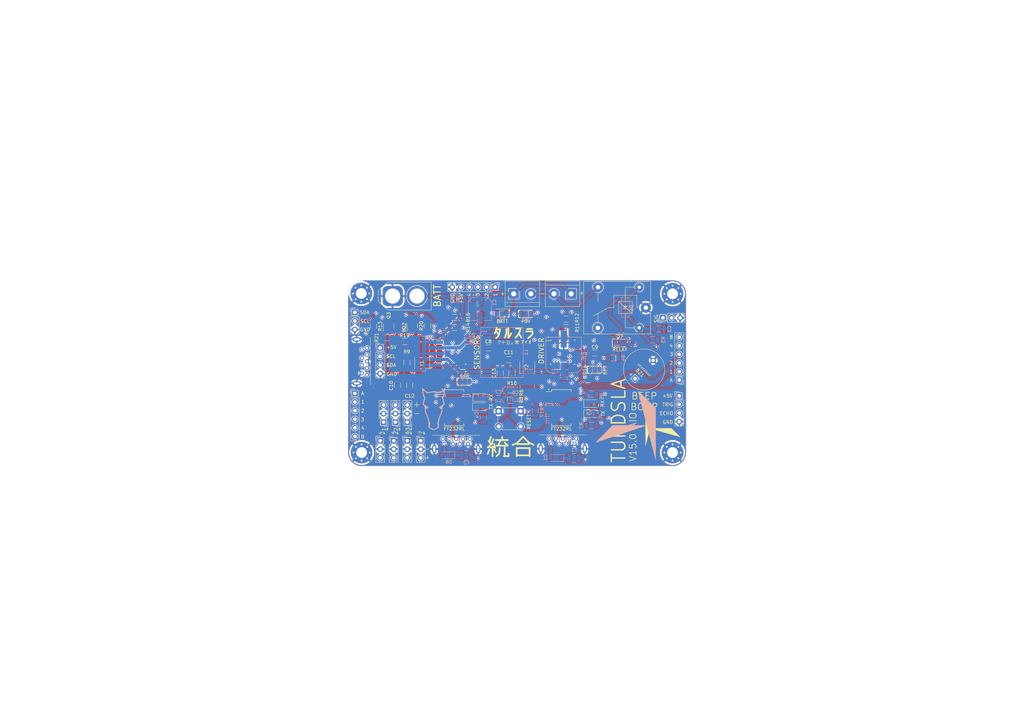
<source format=kicad_pcb>
(kicad_pcb (version 20211014) (generator pcbnew)
  (layers (0 "F.Cu" signal) (1 "In1.Cu" signal) (2 "In2.Cu" signal) (31 "B.Cu" signal) (34 "B.Paste" user) (35 "F.Paste" user) (36 "B.SilkS" user "B.Silkscreen") (37 "F.SilkS" user "F.Silkscreen") (38 "B.Mask" user) (39 "F.Mask" user) (44 "Edge.Cuts" user))
  (net 0 "")
  (net 1 "+BATT")
  (net 2 "GND")
  (net 3 "+5V")
  (net 4 "+3V3")
  (net 5 "Net-(C6-Pad1)")
  (net 6 "RST")
  (net 7 "Net-(C7-Pad1)")
  (net 8 "Net-(C10-Pad1)")
  (net 9 "Net-(C11-Pad1)")
  (net 10 "Net-(C12-Pad1)")
  (net 11 "Net-(C13-Pad1)")
  (net 12 "Net-(D2-Pad1)")
  (net 13 "Net-(D1-Pad2)")
  (net 14 "Net-(D4-Pad2)")
  (net 15 "Net-(D5-Pad2)")
  (net 16 "Net-(D6-Pad2)")
  (net 17 "Net-(D7-Pad2)")
  (net 18 "Net-(D8-Pad2)")
  (net 19 "Net-(D9-Pad1)")
  (net 20 "Net-(D9-Pad2)")
  (net 21 "Net-(D10-Pad1)")
  (net 22 "Net-(D10-Pad2)")
  (net 23 "Net-(D11-Pad1)")
  (net 24 "Net-(D11-Pad2)")
  (net 25 "Net-(D12-Pad1)")
  (net 26 "Net-(D12-Pad2)")
  (net 27 "Net-(D13-Pad2)")
  (net 28 "Net-(D14-Pad2)")
  (net 39 "Net-(J2-Pad3)")
  (net 40 "Net-(J2-Pad2)")
  (net 41 "Net-(J17-Pad2)")
  (net 46 "Net-(J4-Pad3)")
  (net 47 "Net-(J4-Pad2)")
  (net 48 "IR_5")
  (net 49 "IR_1")
  (net 50 "FW_ENA")
  (net 51 "FW_IN1")
  (net 52 "FW_IN2")
  (net 53 "FW_IN3")
  (net 54 "FW_IN4")
  (net 55 "FW_ENB")
  (net 56 "RX_1")
  (net 57 "RX_2")
  (net 58 "RX_3")
  (net 59 "RX_4")
  (net 60 "IR_6")
  (net 61 "IR_2")
  (net 62 "RW_ENA")
  (net 63 "RW_IN1")
  (net 64 "RW_IN2")
  (net 65 "RW_IN3")
  (net 66 "RW_IN4")
  (net 67 "RW_ENB")
  (net 68 "IR_7")
  (net 69 "IR_3")
  (net 70 "trig")
  (net 71 "Echo")
  (net 72 "IR_4")
  (net 73 "SDA_3v3")
  (net 74 "SCL_3v3")
  (net 75 "SDA")
  (net 76 "SCL")
  (net 77 "kill_switch")
  (net 78 "Net-(R11-Pad1)")
  (net 79 "RX_D")
  (net 80 "Net-(R12-Pad1)")
  (net 81 "TX_D")
  (net 82 "Net-(R14-Pad1)")
  (net 83 "RX_S")
  (net 84 "Net-(R15-Pad1)")
  (net 85 "TX_S")
  (net 86 "Stat_led_S")
  (net 87 "Net-(Q1-Pad1)")
  (net 88 "Stat_led_D")
  (net 115 "Net-(C8-Pad1)")
  (net 118 "SRV")
  (net 119 "Net-(BZ1-Pad1)")
  (net 120 "Net-(D1-Pad1)")
  (net 121 "Net-(J5-Pad2)")
  (net 122 "Net-(D8-Pad1)")
  (net 123 "Net-(C9-Pad1)")
  (footprint "Resistor_SMD:R_1206_3216Metric" (layer "F.Cu") (at 117.4 104.35 90)
    (fp_text reference "R9")
    (fp_text value "1M")
  )
  (footprint "Package_TO_SOT_SMD:SOT-23" (layer "F.Cu") (at 119 93.5 90)
    (fp_text reference "Q2")
    (fp_text value "BSS138")
  )
  (footprint "Capacitor_SMD:C_1206_3216Metric" (layer "F.Cu") (at 118.225 111.05 -90)
    (fp_text reference "C12")
    (fp_text value "22pf")
  )
  (footprint "Capacitor_SMD:C_1206_3216Metric" (layer "F.Cu") (at 114.625 111.025 -90)
    (fp_text reference "C10")
    (fp_text value "22pf")
  )
  (footprint "Connector_PinHeader_2.54mm:PinHeader_1x03_P2.54mm_Vertical" (layer "F.Cu") (at 117.5 127.475)
    (fp_text reference "J10" hide)
    (fp_text value "Conn_01x03")
  )
  (footprint "LED_SMD:LED_1206_3216Metric" (layer "F.Cu") (at 139.2 114.7)
    (fp_text reference "D10" hide)
    (fp_text value "red")
  )
  (footprint "TerminalBlock:TerminalBlock_bornier-2_P5.08mm" (layer "F.Cu") (at 149 84)
    (fp_text reference "J3" hide)
    (fp_text value "Conn_01x02")
  )
  (footprint "Connector_PinHeader_2.54mm:PinHeader_1x03_P2.54mm_Vertical" (layer "F.Cu") (at 113.5 127.475)
    (fp_text reference "J6" hide)
    (fp_text value "Conn_01x03")
  )
  (footprint "Connector_PinHeader_2.54mm:PinHeader_1x06_P2.54mm_Vertical" (layer "F.Cu") (at 143.5 82 -90)
    (fp_text reference "J9" hide)
    (fp_text value "Conn_01x06")
  )
  (footprint "Connector_AMASS:AMASS_XT60-M_1x02_P7.20mm_Vertical" (layer "F.Cu") (at 113.18 84.66)
    (fp_text reference "J5" hide)
    (fp_text value "Conn_01x02")
  )
  (footprint "Button_Switch_THT:SW_PUSH_6mm_H4.3mm" (layer "F.Cu") (at 144.55 118.75)
    (fp_text reference "SW2" hide)
    (fp_text value "SW_MEC_5E")
  )
  (footprint "Resistor_SMD:R_1206_3216Metric" (layer "F.Cu") (at 111.5 97)
    (fp_text reference "R21")
    (fp_text value "10k")
  )
  (footprint "MountingHole:MountingHole_3.2mm_M3_Pad_Via" (layer "F.Cu") (at 196 131)
    (fp_text reference "H4" hide)
    (fp_text value "MountingHole_Pad")
  )
  (footprint "Connector_PinHeader_2.54mm:PinHeader_1x03_P2.54mm_Vertical" (layer "F.Cu") (at 102 89.5)
    (fp_text reference "J18" hide)
    (fp_text value "Conn_01x03")
  )
  (footprint "LED_SMD:LED_1206_3216Metric" (layer "F.Cu") (at 172 119.5)
    (fp_text reference "D11" hide)
    (fp_text value "red")
  )
  (footprint "Logos:Turdsla" (layer "F.Cu") (at 188.02 128.9 90)
    (fp_text reference "Logo2" hide)
    (fp_text value "Turdsla_small" hide)
  )
  (footprint "MountingHole:MountingHole_3.2mm_M3_Pad_Via" (layer "F.Cu") (at 104 131)
    (fp_text reference "H3" hide)
    (fp_text value "MountingHole_Pad")
  )
  (footprint "LED_SMD:LED_1206_3216Metric" (layer "F.Cu") (at 139.1 117.4)
    (fp_text reference "D12" hide)
    (fp_text value "red")
  )
  (footprint "Capacitor_SMD:C_1206_3216Metric" (layer "F.Cu") (at 141.5 100)
    (fp_text reference "C8")
    (fp_text value "100nf")
  )
  (footprint "Resistor_SMD:R_1206_3216Metric" (layer "F.Cu") (at 148 112.5)
    (fp_text reference "R6")
    (fp_text value "1k")
  )
  (footprint "Package_QFP:TQFP-32_7x7mm_P0.8mm" (layer "F.Cu") (at 131.25 101.3)
    (fp_text reference "U4" hide)
    (fp_text value "ATmega328-A")
  )
  (footprint "mylib:usb_3_female" (layer "F.Cu") (at 104.05 100.5 -90)
    (fp_text reference "J1" hide)
    (fp_text value "USB3_A")
  )
  (footprint "Connector_PinHeader_2.54mm:PinHeader_1x04_P2.54mm_Vertical" (layer "F.Cu") (at 198 114.2)
    (fp_text reference "J15" hide)
    (fp_text value "Conn_01x04")
  )
  (footprint "Package_QFP:TQFP-32_7x7mm_P0.8mm" (layer "F.Cu") (at 163.5 101.3)
    (fp_text reference "U5" hide)
    (fp_text value "ATmega328-A")
  )
  (footprint "Resistor_SMD:R_1206_3216Metric" (layer "F.Cu") (at 148.5 107.5 90)
    (fp_text reference "R10")
    (fp_text value "1M")
  )
  (footprint "Resistor_SMD:R_1206_3216Metric" (layer "F.Cu") (at 123.5 93.5 90)
    (fp_text reference "R20")
    (fp_text value "10k")
  )
  (footprint "Connector_PinHeader_2.54mm:PinHeader_1x06_P2.54mm_Vertical" (layer "F.Cu") (at 198 109.54 180)
    (fp_text reference "J12" hide)
    (fp_text value "Conn_01x06")
  )
  (footprint "LED_SMD:LED_1206_3216Metric" (layer "F.Cu") (at 172 116.5)
    (fp_text reference "D9" hide)
    (fp_text value "red")
  )
  (footprint "Resistor_SMD:R_1206_3216Metric" (layer "F.Cu") (at 148 115.5)
    (fp_text reference "R8")
    (fp_text value "1k")
  )
  (footprint "Package_TO_SOT_SMD:SOT-23" (layer "F.Cu") (at 112 93.5 90)
    (fp_text reference "Q3")
    (fp_text value "BSS138")
  )
  (footprint "MountingHole:MountingHole_3.2mm_M3_Pad_Via" (layer "F.Cu") (at 196 84)
    (fp_text reference "H1" hide)
    (fp_text value "MountingHole_Pad")
  )
  (footprint "Crystal:Crystal_SMD_SeikoEpson_MC405-2Pin_9.6x4.1mm" (layer "F.Cu") (at 121.925 104.55 90)
    (fp_text reference "Y1")
    (fp_text value "16Mhz")
  )
  (footprint "Connector_PinHeader_2.54mm:PinHeader_1x04_P2.54mm_Vertical" (layer "F.Cu") (at 109.5 100)
    (fp_text reference "J19" hide)
    (fp_text value "Conn_01x04")
  )
  (footprint "Package_SO:SSOP-28_5.3x10.2mm_P0.65mm" (layer "F.Cu") (at 131.4 117.7)
    (fp_text reference "U3" hide)
    (fp_text value "FT232RL")
  )
  (footprint "Connector_PinHeader_2.54mm:PinHeader_1x03_P2.54mm_Vertical" (layer "F.Cu") (at 117.5 122 180)
    (fp_text reference "J14" hide)
    (fp_text value "Conn_01x03")
  )
  (footprint "Resistor_SMD:R_1206_3216Metric" (layer "F.Cu") (at 131.5 91)
    (fp_text reference "R15")
    (fp_text value "1k")
  )
  (footprint "TerminalBlock:TerminalBlock_bornier-2_P5.08mm" (layer "F.Cu") (at 166 84 180)
    (fp_text reference "J17" hide)
    (fp_text value "Conn_01x02")
  )
  (footprint "Resistor_SMD:R_1206_3216Metric" (layer "F.Cu") (at 164.5 94)
    (fp_text reference "R11")
    (fp_text value "1k")
  )
  (footprint "LED_SMD:LED_1206_3216Metric" (layer "F.Cu") (at 152.7 89.95)
    (fp_text reference "D5" hide)
    (fp_text value "red")
  )
  (footprint "LED_SMD:LED_1206_3216Metric" (layer "F.Cu") (at 145.425 89.675 180)
    (fp_text reference "D4" hide)
    (fp_text value "red")
  )
  (footprint "Buzzer_Beeper:MagneticBuzzer_ProSignal_ABI-009-RC" (layer "F.Cu") (at 184.9 109.1 45)
    (fp_text reference "BZ1")
    (fp_text value "Buzzer")
  )
  (footprint "Connector_PinHeader_2.54mm:PinHeader_1x03_P2.54mm_Vertical" (layer "F.Cu") (at 193.175 91.1 90)
    (fp_text reference "J20" hide)
    (fp_text value "Conn_01x03")
  )
  (footprint "Capacitor_SMD:C_1206_3216Metric" (layer "F.Cu") (at 145 107.5 90)
    (fp_text reference "C13")
    (fp_text value "22pf")
  )
  (footprint "Resistor_SMD:R_1206_3216Metric" (layer "F.Cu") (at 107.5 93.6 90)
    (fp_text reference "R13")
    (fp_text value "10k")
  )
  (footprint "MountingHole:MountingHole_3.2mm_M3_Pad_Via" (layer "F.Cu") (at 103.9 83.9)
    (fp_text reference "H2" hide)
    (fp_text value "MountingHole_Pad")
  )
  (footprint "Connector_PinHeader_2.54mm:PinHeader_1x03_P2.54mm_Vertical" (layer "F.Cu") (at 121.5 127.475)
    (fp_text reference "J13" hide)
    (fp_text value "Conn_01x03")
  )
  (footprint "Crystal:Crystal_SMD_SeikoEpson_MC405-2Pin_9.6x4.1mm" (layer "F.Cu") (at 153.025 105.825 90)
    (fp_text reference "Y2")
    (fp_text value "16Mhz")
  )
  (footprint "Connector_PinHeader_2.54mm:PinHeader_1x03_P2.54mm_Vertical" (layer "F.Cu") (at 109.5 127.475)
    (fp_text reference "J16" hide)
    (fp_text value "Conn_01x03")
  )
  (footprint "Relay_THT:Relay_SPDT_SANYOU_SRD_Series_Form_C" (layer "F.Cu") (at 188.1 88.1 180)
    (fp_text reference "K1" hide)
    (fp_text value "SRD-05VDC-SL-C")
  )
  (footprint "Resistor_SMD:R_1206_3216Metric" (layer "F.Cu") (at 131.5 94)
    (fp_text reference "R14")
    (fp_text value "1k")
  )
  (footprint "Connector_PinHeader_2.54mm:PinHeader_1x03_P2.54mm_Vertical" (layer "F.Cu") (at 114 122 180)
    (fp_text reference "J11" hide)
    (fp_text value "Conn_01x03")
  )
  (footprint "Capacitor_SMD:C_1206_3216Metric" (layer "F.Cu") (at 147.5 103.5 180)
    (fp_text reference "C11")
    (fp_text value "22pf")
  )
  (footprint "Resistor_SMD:R_1206_3216Metric" (layer "F.Cu") (at 116.725 98.15)
    (fp_text reference "R19")
    (fp_text value "10k")
  )
  (footprint "Capacitor_SMD:C_1206_3216Metric" (layer "F.Cu") (at 173 101.5)
    (fp_text reference "C9")
    (fp_text value "100nf")
  )
  (footprint "Package_SO:SSOP-28_5.3x10.2mm_P0.65mm" (layer "F.Cu") (at 163.1 117.7)
    (fp_text reference "U2" hide)
    (fp_text value "FT232RL")
  )
  (footprint "mylib:usb_3_female" (layer "F.Cu") (at 128.5 128.45)
    (fp_text reference "J4" hide)
    (fp_text value "USB3_A")
  )
  (footprint "mylib:usb_3_female" (layer "F.Cu") (at 160 128.35)
    (fp_text reference "J2" hide)
    (fp_text value "USB3_A")
  )
  (footprint "LED_SMD:LED_1206_3216Metric" (layer "F.Cu") (at 173 106.5)
    (fp_text reference "D14")
    (fp_text value "red")
  )
  (footprint "Connector_PinHeader_2.54mm:PinHeader_1x06_P2.54mm_Vertical" (layer "F.Cu") (at 102 113.5)
    (fp_text reference "J8" hide)
    (fp_text value "Conn_01x06")
  )
  (footprint "Resistor_SMD:R_1206_3216Metric" (layer "F.Cu") (at 164.5 91.5)
    (fp_text reference "R12")
    (fp_text value "1k")
  )
  (footprint "Connector_PinHeader_2.54mm:PinHeader_1x03_P2.54mm_Vertical" (layer "F.Cu") (at 110.5 122 180)
    (fp_text reference "J7" hide)
    (fp_text value "Conn_01x03")
  )
  (footprint "LED_SMD:LED_1206_3216Metric" (layer "F.Cu") (at 134.5 110)
    (fp_text reference "D13" hide)
    (fp_text value "red")
  )
  (footprint "LED_SMD:LED_1206_3216Metric" (layer "F.Cu") (at 180.4 98.55)
    (fp_text reference "D7")
    (fp_text value "red")
  )
  (footprint "Fuse:Fuse_1210_3225Metric" (layer "B.Cu") (at 135 131.8)
    (fp_text reference "F2")
    (fp_text value "Fuse")
  )
  (footprint "mylib:schottky_diode" (layer "B.Cu") (at 136.5 98)
    (fp_text reference "D2")
    (fp_text value "D_Schottky")
  )
  (footprint "Logos:cbrah60" (layer "B.Cu") (at 125.319455 118.059681 180)
    (fp_text reference "Logo1" hide)
    (fp_text value "cbrah" hide)
  )
  (footprint "Capacitor_SMD:C_1206_3216Metric" (layer "B.Cu") (at 149.475 115 180)
    (fp_text reference "C6")
    (fp_text value "100nf")
  )
  (footprint "Capacitor_SMD:C_1206_3216Metric" (layer "B.Cu") (at 144.5 115)
    (fp_text reference "C7")
    (fp_text value "100nf")
  )
  (footprint "Fuse:Fuse_1210_3225Metric" (layer "B.Cu") (at 166.85 132.65)
    (fp_text reference "F1")
    (fp_text value "Fuse")
  )
  (footprint "Package_TO_SOT_SMD:SOT-23" (layer "B.Cu") (at 179.95 97.65)
    (fp_text reference "Q1")
    (fp_text value "BC847")
  )
  (footprint "Capacitor_SMD:C_1206_3216Metric" (layer "B.Cu") (at 192 94.4)
    (fp_text reference "C3")
    (fp_text value "100nf")
  )
  (footprint "Package_TO_SOT_SMD:TO-263-5_TabPin3" (layer "B.Cu") (at 120 101.7 180)
    (fp_text reference "U1" hide)
    (fp_text value "LM2576HVS-5")
  )
  (footprint "Resistor_SMD:R_1206_3216Metric" (layer "B.Cu") (at 190.1 97.575)
    (fp_text reference "R3")
    (fp_text value "1k")
  )
  (footprint "Resistor_SMD:R_1206_3216Metric" (layer "B.Cu") (at 172 113.7)
    (fp_text reference "R5")
    (fp_text value "1k")
  )
  (footprint "Resistor_SMD:R_1206_3216Metric" (layer "B.Cu") (at 155.4 118.6 -90)
    (fp_text reference "R17")
    (fp_text value "1k")
  )
  (footprint "Resistor_SMD:R_1206_3216Metric" (layer "B.Cu") (at 145.5 90)
    (fp_text reference "R1")
    (fp_text value "1k")
  )
  (footprint "Capacitor_SMD:C_1206_3216Metric" (layer "B.Cu") (at 173 119 -90)
    (fp_text reference "C5")
    (fp_text value "100nf")
  )
  (footprint "mylib:cap_12.5x13.5" (layer "B.Cu") (at 163.8 102.1 90)
    (fp_text reference "C2")
    (fp_text value "1000uf")
  )
  (footprint "Resistor_SMD:R_1206_3216Metric" (layer "B.Cu") (at 178.4 103 180)
    (fp_text reference "R4")
    (fp_text value "5.6K")
  )
  (footprint "Capacitor_SMD:C_1206_3216Metric" (layer "B.Cu") (at 140 120.5 -90)
    (fp_text reference "C4")
    (fp_text value "100nf")
  )
  (footprint "Resistor_SMD:R_1206_3216Metric" (layer "B.Cu") (at 152.5 90 180)
    (fp_text reference "R2")
    (fp_text value "1k")
  )
  (footprint "Resistor_SMD:R_1206_3216Metric" (layer "B.Cu") (at 134.5 110 180)
    (fp_text reference "R16")
    (fp_text value "1k")
  )
  (footprint "Capacitor_SMD:CP_Elec_6.3x7.7" (layer "B.Cu") (at 139 88.5 -90)
    (fp_text reference "C1")
    (fp_text value "100uf")
  )
  (footprint "mylib:schottky_diode" (layer "B.Cu") (at 132.4 85.6 180)
    (fp_text reference "D3")
    (fp_text value "D_Schottky")
  )
  (footprint "Diode_SMD:D_SOD-123" (layer "B.Cu") (at 161.6 132.6 180)
    (fp_text reference "D1")
    (fp_text value "D_Small")
  )
  (footprint "Resistor_SMD:R_1206_3216Metric" (layer "B.Cu") (at 173 106.5 180)
    (fp_text reference "R18")
    (fp_text value "1k")
  )
  (footprint "Logos:Turdsla_large" (layer "B.Cu") (at 191 133.1 90)
    (fp_text reference "Logo3" hide)
    (fp_text value "Turdsla_large" hide)
  )
  (footprint "mylib:SMAF" (layer "B.Cu") (at 182 88 -90)
    (fp_text reference "D6")
    (fp_text value "1N4007G")
  )
  (footprint "Diode_SMD:D_SOD-123" (layer "B.Cu") (at 129.35 131.8 180)
    (fp_text reference "D8")
    (fp_text value "D_Small")
  )
  (footprint "mylib:100uh" (layer "B.Cu") (at 145.5 101.4 -90)
    (fp_text reference "L1")
    (fp_text value "100uh")
  )
  (footprint "Resistor_SMD:R_1206_3216Metric" (layer "B.Cu") (at 172 123 180)
    (fp_text reference "R7")
    (fp_text value "1k")
  )
  (gr_line (start 118.6 124.975) (end 118.6 125.55) (layer "F.SilkS") (width 0.15))
  (gr_line (start 119.6 116.85) (end 121.05 116.85) (layer "F.SilkS") (width 0.15))
  (gr_line (start 145.7 83.5) (end 145.7 84.5) (layer "F.SilkS") (width 0.15))
  (gr_line (start 111.825 124) (end 111.4 124) (layer "F.SilkS") (width 0.15))
  (gr_line (start 122.725 125.325) (end 122.5 125.525) (layer "F.SilkS") (width 0.15))
  (gr_line (start 114.4 125.35) (end 114.825 125.35) (layer "F.SilkS") (width 0.15))
  (gr_line (start 111.625 123.8) (end 111.825 124) (layer "F.SilkS") (width 0.15))
  (gr_line (start 118.45 124.025) (end 118.675 123.825) (layer "F.SilkS") (width 0.15))
  (gr_line (start 169.125 83.3) (end 169.125 84.3) (layer "F.SilkS") (width 0.15))
  (gr_circle (center 127.25 97) (end 127.35 97) (layer "F.SilkS") (width 0.15) (fill none))
  (gr_line (start 118.6 125.55) (end 118.4 125.35) (layer "F.SilkS") (width 0.15))
  (gr_line (start 123.5 132.02) (end 123.5 133.02) (layer "F.SilkS") (width 0.15))
  (gr_line (start 118.875 124.025) (end 118.45 124.025) (layer "F.SilkS") (width 0.15))
  (gr_line (start 118.675 123.825) (end 118.875 124.025) (layer "F.SilkS") (width 0.15))
  (gr_line (start 110.9 125.325) (end 110.675 125.525) (layer "F.SilkS") (width 0.15))
  (gr_line (start 110.675 124.95) (end 110.675 125.525) (layer "F.SilkS") (width 0.15))
  (gr_line (start 118.675 124.4) (end 118.35 124.4) (layer "F.SilkS") (width 0.15))
  (gr_line (start 111.625 124.375) (end 111.3 124.375) (layer "F.SilkS") (width 0.15))
  (gr_line (start 114.6 124.975) (end 114.275 124.975) (layer "F.SilkS") (width 0.15))
  (gr_circle (center 127.85 112.175) (end 127.95 112.175) (layer "F.SilkS") (width 0.15) (fill none))
  (gr_line (start 122.5 125.525) (end 122.3 125.325) (layer "F.SilkS") (width 0.15))
  (gr_circle (center 159.4 112.35) (end 159.5 112.35) (layer "F.SilkS") (width 0.15) (fill none))
  (gr_line (start 114.6 125.55) (end 114.4 125.35) (layer "F.SilkS") (width 0.15))
  (gr_line (start 118.6 124.975) (end 118.275 124.975) (layer "F.SilkS") (width 0.15))
  (gr_line (start 111.625 124.375) (end 111.625 123.8) (layer "F.SilkS") (width 0.15))
  (gr_line (start 157 84) (end 158 84) (layer "F.SilkS") (width 0.15))
  (gr_line (start 115.2 124.4) (end 115.2 123.825) (layer "F.SilkS") (width 0.15))
  (gr_line (start 118.4 125.35) (end 118.825 125.35) (layer "F.SilkS") (width 0.15))
  (gr_line (start 168.725 83.8) (end 169.525 83.8) (layer "F.SilkS") (width 0.15))
  (gr_line (start 145.3 84) (end 146.1 84) (layer "F.SilkS") (width 0.15))
  (gr_line (start 119.6 119.475) (end 121.075 119.475) (layer "F.SilkS") (width 0.15))
  (gr_line (start 114.975 124.025) (end 115.2 123.825) (layer "F.SilkS") (width 0.15))
  (gr_line (start 114.825 125.35) (end 114.6 125.55) (layer "F.SilkS") (width 0.15))
  (gr_line (start 118.825 125.35) (end 118.6 125.55) (layer "F.SilkS") (width 0.15))
  (gr_line (start 122.5 124.95) (end 122.5 125.525) (layer "F.SilkS") (width 0.15))
  (gr_line (start 122.5 124.95) (end 122.175 124.95) (layer "F.SilkS") (width 0.15))
  (gr_line (start 115.2 123.825) (end 115.4 124.025) (layer "F.SilkS") (width 0.15))
  (gr_line (start 115.2 124.4) (end 114.875 124.4) (layer "F.SilkS") (width 0.15))
  (gr_line (start 123.0125 130) (end 123.925 130) (layer "F.SilkS") (width 0.15))
  (gr_line (start 111.4 124) (end 111.625 123.8) (layer "F.SilkS") (width 0.15))
  (gr_line (start 122.3 125.325) (end 122.725 125.325) (layer "F.SilkS") (width 0.15))
  (gr_line (start 123.05 132.575) (end 123.925 132.575) (layer "F.SilkS") (width 0.15))
  (gr_line (start 110.675 124.95) (end 110.35 124.95) (layer "F.SilkS") (width 0.15))
  (gr_line (start 118.675 124.4) (end 118.675 123.825) (layer "F.SilkS") (width 0.15))
  (gr_line (start 110.475 125.325) (end 110.9 125.325) (layer "F.SilkS") (width 0.15))
  (gr_line (start 110.675 125.525) (end 110.475 125.325) (layer "F.SilkS") (width 0.15))
  (gr_circle (center 159.25 96.925) (end 159.35 96.925) (layer "F.SilkS") (width 0.15) (fill none))
  (gr_line (start 120.31875 116.1275) (end 120.33125 117.5525) (layer "F.SilkS") (width 0.15))
  (gr_line (start 114.6 124.975) (end 114.6 125.55) (layer "F.SilkS") (width 0.15))
  (gr_line (start 115.4 124.025) (end 114.975 124.025) (layer "F.SilkS") (width 0.15))
  (gr_line (start 200 84) (end 200 131) (layer "Edge.Cuts") (width 0.1))
  (gr_line (start 196 135) (end 104 135) (layer "Edge.Cuts") (width 0.1))
  (gr_arc (start 200 131) (mid 198.828427 133.828427) (end 196 135) (layer "Edge.Cuts") (width 0.1))
  (gr_arc (start 104 135) (mid 101.171573 133.828427) (end 100 131) (layer "Edge.Cuts") (width 0.1))
  (gr_line (start 104 79.998751) (end 196 80) (layer "Edge.Cuts") (width 0.1))
  (gr_arc (start 100.000001 84.1) (mid 101.135553 81.206269) (end 104 79.998751) (layer "Edge.Cuts") (width 0.1))
  (gr_line (start 100 131) (end 100.000001 84.1) (layer "Edge.Cuts") (width 0.1))
  (gr_arc (start 196 80) (mid 198.828427 81.171573) (end 200 84) (layer "Edge.Cuts") (width 0.1))
  (gr_text "+5V" (at 133.4 85.4 90) (layer "F.SilkS") (effects (font (size 1 1))))
  (gr_text "A" (at 104.3 113.5) (layer "F.SilkS") (effects (font (size 1 1))))
  (gr_text "D_STAT" (at 175.85 106.58 90) (layer "F.SilkS") (effects (font (size 0.5 0.5) (thickness 0.125))))
  (gr_text "+5V" (at 194.5 114.2) (layer "F.SilkS") (effects (font (size 1 1))))
  (gr_text "GND" (at 194.6 122) (layer "F.SilkS") (effects (font (size 1 1))))
  (gr_text "S_STAT" (at 134.4 108.4) (layer "F.SilkS") (effects (font (size 0.5 0.5) (thickness 0.1))))
  (gr_text "統合" (at 148.225 129.775) (layer "F.SilkS") (effects (font (size 5 5) (thickness 0.5))))
  (gr_text "SCL" (at 105 92.1) (layer "F.SilkS") (effects (font (size 1 1))))
  (gr_text "2" (at 195.6 104.5) (layer "F.SilkS") (effects (font (size 1 1))))
  (gr_text "GND" (at 105 94.6) (layer "F.SilkS") (effects (font (size 1 1))))
  (gr_text "7" (at 121.55 125.075 90) (layer "F.SilkS") (effects (font (size 1 1))))
  (gr_text "1" (at 104.35 116.025) (layer "F.SilkS") (effects (font (size 1 1))))
  (gr_text "5" (at 113.525 125.075 90) (layer "F.SilkS") (effects (font (size 1 1))))
  (gr_text "TURDSLA" (at 180.05 121.55 90) (layer "F.SilkS") (effects (font (size 4 3.9) (thickness 0.4))))
  (gr_text "3" (at 195.7 101.9) (layer "F.SilkS") (effects (font (size 1 1))))
  (gr_text "+5V" (at 112.8 99.8) (layer "F.SilkS") (effects (font (size 1 1))))
  (gr_text "BEEP\nBOOP" (at 187.65 115.85) (layer "F.SilkS") (effects (font (size 2 2) (thickness 0.2))))
  (gr_text "4" (at 104.35 123.725) (layer "F.SilkS") (effects (font (size 1 1))))
  (gr_text "3" (at 104.25 121.225) (layer "F.SilkS") (effects (font (size 1 1))))
  (gr_text "SCL" (at 112.7 102.5) (layer "F.SilkS") (effects (font (size 1 1))))
  (gr_text "1" (at 143.6 84.3 90) (layer "F.SilkS") (effects (font (size 1 1))))
  (gr_text "SDA" (at 112.8 105.1) (layer "F.SilkS") (effects (font (size 1 1))))
  (gr_text "ヴ十五。零" (at 147.425 98.475) (layer "F.SilkS") (effects (font (size 1 1) (thickness 0.1))))
  (gr_text "TX" (at 142.3 117.4 90) (layer "F.SilkS") (effects (font (size 1 1))))
  (gr_text "FT232RL" (at 131.425 123.975) (layer "F.SilkS") (effects (font (size 1 1))))
  (gr_text "RESET" (at 153.5 121.9 90) (layer "F.SilkS") (effects (font (size 1 1))))
  (gr_text "GND" (at 130.9 85.3 90) (layer "F.SilkS") (effects (font (size 1 1))))
  (gr_text "SDA" (at 104.9 89.5) (layer "F.SilkS") (effects (font (size 1 1))))
  (gr_text "SIG" (at 191.15 91.35 90) (layer "F.SilkS") (effects (font (size 1 1))))
  (gr_text "TRIG" (at 194.6 116.8) (layer "F.SilkS") (effects (font (size 1 1))))
  (gr_text "BATT" (at 145.6 92.175) (layer "F.SilkS") (effects (font (size 1 1))))
  (gr_text "FT232RL" (at 163.075 123.975) (layer "F.SilkS") (effects (font (size 1 1))))
  (gr_text "DRIVER" (at 157.2 100.87 90) (layer "F.SilkS") (effects (font (size 1.5 1.5) (thickness 0.2))))
  (gr_text "RX" (at 175.3 116.525 90) (layer "F.SilkS") (effects (font (size 1 1))))
  (gr_text "RELAY" (at 180.425 100.475) (layer "F.SilkS") (effects (font (size 1 1))))
  (gr_text "B" (at 104.3 126.3) (layer "F.SilkS") (effects (font (size 1 1))))
  (gr_text "3" (at 138.4 84.2 90) (layer "F.SilkS") (effects (font (size 1 1))))
  (gr_text "JLCJLCJLCJLC" (at 187.575 106.5 315) (layer "F.SilkS") (effects (font (size 0.5 0.5) (thickness 0.1))))
  (gr_text "GND" (at 112.9 107.8) (layer "F.SilkS") (effects (font (size 1 1))))
  (gr_text "V15.0 AIO" (at 184.3 126.375 90) (layer "F.SilkS") (effects (font (size 2 2) (thickness 0.2))))
  (gr_text "2" (at 141 84.3 90) (layer "F.SilkS") (effects (font (size 1 1))))
  (gr_text "BATT" (at 126.4 84.56 90) (layer "F.SilkS") (effects (font (size 2 2) (thickness 0.3))))
  (gr_text "SENSORS" (at 138.125 101.3 90) (layer "F.SilkS") (effects (font (size 1.5 1.5) (thickness 0.2))))
  (gr_text "6" (at 117.55 125.1 90) (layer "F.SilkS") (effects (font (size 1 1))))
  (gr_text "1" (at 195.6 107.1) (layer "F.SilkS") (effects (font (size 1 1))))
  (gr_text "A" (at 195.6 109.6) (layer "F.SilkS") (effects (font (size 1 1))))
  (gr_text "B" (at 195.6 96.8) (layer "F.SilkS") (effects (font (size 1 1))))
  (gr_text "3" (at 117.65 124.05 90) (layer "F.SilkS") (effects (font (size 1 1))))
  (gr_text "4" (at 195.6 99.4) (layer "F.SilkS") (effects (font (size 1 1))))
  (gr_text "+5V" (at 152.45 92.075) (layer "F.SilkS") (effects (font (size 1 1))))
  (gr_text "2" (at 104.35 118.625) (layer "F.SilkS") (effects (font (size 1 1))))
  (gr_text "4" (at 109.625 125.2 90) (layer "F.SilkS") (effects (font (size 1 1))))
  (gr_text "ECHO" (at 194.2 119.4) (layer "F.SilkS") (effects (font (size 1 1))))
  (gr_text "RX" (at 142.3 114.7 90) (layer "F.SilkS") (effects (font (size 1 1))))
  (gr_text "1" (at 110.575 124.1 90) (layer "F.SilkS") (effects (font (size 1 1))))
  (gr_text "4" (at 135.9 84.3 90) (layer "F.SilkS") (effects (font (size 1 1))))
  (gr_text "2" (at 114.15 124.1 90) (layer "F.SilkS") (effects (font (size 1 1))))
  (gr_text "TX" (at 175.4 119.475 90) (layer "F.SilkS") (effects (font (size 1 1))))
  (gr_text "アイオ" (at 152.725 98.35) (layer "F.SilkS") (effects (font (size 1 1))))
  (gr_text "タルスラ" (at 148.975 95.9) (layer "F.SilkS") (effects (font (size 3 3) (thickness 0.5))))
  (segment (start 151.9 81.1) (end 163.1 81.1) (width 1) (layer "B.Cu") (net 1))
  (segment (start 133.825 90.25) (end 125.775 98.3) (width 1) (layer "B.Cu") (net 1))
  (segment (start 133.825 85.6) (end 140.1 85.6) (width 1) (layer "B.Cu") (net 1))
  (segment (start 163.1 81.1) (end 166 84) (width 1) (layer "B.Cu") (net 1))
  (segment (start 149 87.9625) (end 146.9625 90) (width 0.25) (layer "B.Cu") (net 1))
  (segment (start 141.7 84) (end 149 84) (width 1) (layer "B.Cu") (net 1))
  (segment (start 133.825 85.6) (end 133.825 90.25) (width 1) (layer "B.Cu") (net 1))
  (segment (start 149 84) (end 151.9 81.1) (width 1) (layer "B.Cu") (net 1))
  (segment (start 140.1 85.6) (end 141.7 84) (width 1) (layer "B.Cu") (net 1))
  (segment (start 149 84) (end 149 87.9625) (width 0.25) (layer "B.Cu") (net 1))
  (segment (start 163.199022 119.975) (end 160.599022 117.375) (width 0.25) (layer "F.Cu") (net 2))
  (segment (start 166.7 119.975) (end 163.199022 119.975) (width 0.25) (layer "F.Cu") (net 2))
  (segment (start 160.599022 117.375) (end 159.5 117.375) (width 0.25) (layer "F.Cu") (net 2))
  (segment (start 153.3 117.4) (end 153.3 118.9) (width 0.25) (layer "F.Cu") (net 3))
  (segment (start 149.4625 112.5) (end 149.4625 115.5) (width 0.25) (layer "F.Cu") (net 3))
  (segment (start 153.3 117.4) (end 151.4 115.5) (width 0.25) (layer "F.Cu") (net 3))
  (segment (start 160.3 100.9) (end 160.374511 100.974511) (width 0.25) (layer "F.Cu") (net 3))
  (segment (start 132.149022 118.675) (end 130.537011 117.062989) (width 0.25) (layer "F.Cu") (net 3))
  (segment (start 167.75 103.3) (end 169.93 103.3) (width 0.25) (layer "F.Cu") (net 3))
  (segment (start 134.7 103.3) (end 132.6 101.2) (width 0.2) (layer "F.Cu") (net 3))
  (segment (start 160.599022 115.425) (end 159.5 115.425) (width 0.25) (layer "F.Cu") (net 3))
  (segment (start 129.599022 99.9) (end 128.099511 101.399511) (width 0.2) (layer "F.Cu") (net 3))
  (segment (start 131.3 99.9) (end 129.599022 99.9) (width 0.2) (layer "F.Cu") (net 3))
  (segment (start 135.5 103.3) (end 134.7 103.3) (width 0.2) (layer "F.Cu") (net 3))
  (segment (start 128.899022 115.425) (end 127.8 115.425) (width 0.25) (layer "F.Cu") (net 3))
  (segment (start 160.3 102.5) (end 159.25 102.5) (width 0.25) (layer "F.Cu") (net 3))
  (segment (start 160.737011 115.562989) (end 160.599022 115.425) (width 0.25) (layer "F.Cu") (net 3))
  (segment (start 170.0745 103.4445) (end 170.0745 108.61) (width 0.25) (layer "F.Cu") (net 3))
  (segment (start 160.374511 100.974511) (end 160.374511 101.774511) (width 0.25) (layer "F.Cu") (net 3))
  (segment (start 128.099511 101.199511) (end 127.8 100.9) (width 0.2) (layer "F.Cu") (net 3))
  (segment (start 135 118.675) (end 132.149022 118.675) (width 0.25) (layer "F.Cu") (net 3))
  (segment (start 130.537011 117.062989) (end 128.899022 115.425) (width 0.25) (layer "F.Cu") (net 3))
  (segment (start 163.849022 118.675) (end 160.737011 115.562989) (width 0.25) (layer "F.Cu") (net 3))
  (segment (start 155.275 115.425) (end 153.3 117.4) (width 0.25) (layer "F.Cu") (net 3))
  (segment (start 128 102.5) (end 128.099511 102.400489) (width 0.2) (layer "F.Cu") (net 3))
  (segment (start 153.3 118.9) (end 153.4 119) (width 0.25) (layer "F.Cu") (net 3))
  (segment (start 123.5 94.9625) (end 125.3375 94.9625) (width 0.25) (layer "F.Cu") (net 3))
  (segment (start 169.93 103.3) (end 170.0745 103.4445) (width 0.25) (layer "F.Cu") (net 3))
  (segment (start 159.5 115.425) (end 155.275 115.425) (width 0.25) (layer "F.Cu") (net 3))
  (segment (start 166.7 118.675) (end 163.849022 118.675) (width 0.25) (layer "F.Cu") (net 3))
  (segment (start 127.8 100.9) (end 127 100.9) (width 0.2) (layer "F.Cu") (net 3))
  (segment (start 109.5 97.5375) (end 110.0375 97) (width 0.25) (layer "F.Cu") (net 3))
  (segment (start 160.374511 101.774511) (end 162.425489 101.774511) (width 0.25) (layer "F.Cu") (net 3))
  (segment (start 132.6 101.2) (end 131.3 99.9) (width 0.2) (layer "F.Cu") (net 3))
  (segment (start 128.099511 101.399511) (end 128.099511 101.199511) (width 0.2) (layer "F.Cu") (net 3))
  (segment (start 109.5 100) (end 109.5 97.5375) (width 0.25) (layer "F.Cu") (net 3))
  (segment (start 125.3375 94.9625) (end 125.4 94.9) (width 0.25) (layer "F.Cu") (net 3))
  (segment (start 160.374511 102.425489) (end 160.3 102.5) (width 0.25) (layer "F.Cu") (net 3))
  (segment (start 151.4 115.5) (end 149.4625 115.5) (width 0.25) (layer "F.Cu") (net 3))
  (segment (start 127 102.5) (end 128 102.5) (width 0.2) (layer "F.Cu") (net 3))
  (segment (start 128.099511 102.400489) (end 128.099511 101.399511) (width 0.2) (layer "F.Cu") (net 3))
  (segment (start 159.25 100.9) (end 160.3 100.9) (width 0.25) (layer "F.Cu") (net 3))
  (segment (start 160.374511 101.774511) (end 160.374511 102.425489) (width 0.25) (layer "F.Cu") (net 3))
  (via (at 153.4 119) (size 0.8) (drill 0.4) (layers "F.Cu" "B.Cu") (net 3))
  (via (at 125.4 94.9) (size 0.8) (drill 0.4) (layers "F.Cu" "B.Cu") (net 3))
  (via (at 170 121.3) (size 0.8) (drill 0.4) (layers "F.Cu" "B.Cu") (net 3))
  (via (at 170.0745 108.61) (size 0.8) (drill 0.4) (layers "F.Cu" "B.Cu") (net 3))
  (via (at 149.2 90.1) (size 0.8) (drill 0.4) (layers "F.Cu" "B.Cu") (net 3))
  (via (at 132.6 101.2) (size 0.8) (drill 0.4) (layers "F.Cu" "B.Cu") (net 3))
  (via (at 130.537011 117.062989) (size 0.8) (drill 0.4) (layers "F.Cu" "B.Cu") (net 3))
  (via (at 157.225 107.025) (size 0.8) (drill 0.4) (layers "F.Cu" "B.Cu") (net 3))
  (via (at 134.825 107.025) (size 0.8) (drill 0.4) (layers "F.Cu" "B.Cu") (net 3))
  (via (at 139.525 107.025) (size 0.8) (drill 0.4) (layers "F.Cu" "B.Cu") (net 3))
  (via (at 162.425489 101.774511) (size 0.8) (drill 0.4) (layers "F.Cu" "B.Cu") (net 3))
  (via (at 176 113.65) (size 0.8) (drill 0.4) (layers "F.Cu" "B.Cu") (net 3))
  (via (at 138.4 132.7) (size 0.8) (drill 0.4) (layers "F.Cu" "B.Cu") (net 3))
  (via (at 170.15 133) (size 0.8) (drill 0.4) (layers "F.Cu" "B.Cu") (net 3))
  (segment (start 129.4 103.4) (end 128.4 103.4) (width 1) (layer "B.Cu") (net 3))
  (segment (start 170.5375 123) (end 170.5375 121.8375) (width 0.25) (layer "B.Cu") (net 3))
  (segment (start 136.4 131.8) (end 137.3 132.7) (width 1) (layer "B.Cu") (net 3))
  (segment (start 163.775 107.025) (end 163.8 107) (width 1) (layer "B.Cu") (net 3))
  (segment (start 168.25 132.65) (end 169.8 132.65) (width 1) (layer "B.Cu") (net 3))
  (segment (start 173.4625 113.7) (end 175.95 113.7) (width 0.2) (layer "B.Cu") (net 3))
  (segment (start 169.8 132.65) (end 170.15 133) (width 1) (layer "B.Cu") (net 3))
  (segment (start 154.4625 120.0625) (end 153.4 119) (width 1) (layer "B.Cu") (net 3))
  (segment (start 151.0375 90) (end 149.3 90) (width 0.25) (layer "B.Cu") (net 3))
  (segment (start 147.4 107.025) (end 150.125 107.025) (width 1) (layer "B.Cu") (net 3))
  (segment (start 170.5375 121.8375) (end 170 121.3) (width 0.25) (layer "B.Cu") (net 3))
  (segment (start 147.4 107.025) (end 139.525 107.025) (width 1) (layer "B.Cu") (net 3))
  (segment (start 157.225 107.025) (end 163.775 107.025) (width 1) (layer "B.Cu") (net 3))
  (segment (start 155.4 120.0625) (end 154.4625 120.0625) (width 1) (layer "B.Cu") (net 3))
  (segment (start 149.3 90) (end 149.2 90.1) (width 0.25) (layer "B.Cu") (net 3))
  (segment (start 182 89.9) (end 186.15 94.05) (width 1) (layer "B.Cu") (net 3))
  (segment (start 128.4 103.4) (end 125.775 103.4) (width 1) (layer "B.Cu") (net 3))
  (segment (start 186.5 94.4) (end 186.15 94.05) (width 1) (layer "B.Cu") (net 3))
  (segment (start 156.775 107.025) (end 157.225 107.025) (width 1) (layer "B.Cu") (net 3))
  (segment (start 133.025 107.025) (end 129.4 103.4) (width 1) (layer "B.Cu") (net 3))
  (segment (start 137.3 132.7) (end 138.4 132.7) (width 1) (layer "B.Cu") (net 3))
  (segment (start 134.825 107.025) (end 133.025 107.025) (width 1) (layer "B.Cu") (net 3))
  (segment (start 139.525 107.025) (end 134.825 107.025) (width 1) (layer "B.Cu") (net 3))
  (segment (start 186.15 95.0875) (end 188.6375 97.575) (width 1) (layer "B.Cu") (net 3))
  (segment (start 150.125 107.025) (end 156.775 107.025) (width 1) (layer "B.Cu") (net 3))
  (segment (start 186.15 94.05) (end 186.15 95.0875) (width 1) (layer "B.Cu") (net 3))
  (segment (start 190.525 94.4) (end 186.5 94.4) (width 1) (layer "B.Cu") (net 3))
  (segment (start 169.4 124) (end 170.5 125.1) (width 0.25) (layer "F.Cu") (net 4))
  (segment (start 107.5 95.0625) (end 105.9375 95.0625) (width 0.25) (layer "F.Cu") (net 4))
  (segment (start 115.9 94.7) (end 116.5 94.7) (width 0.25) (layer "F.Cu") (net 4))
  (segment (start 177.1 124.2) (end 177.1 120.8) (width 0.25) (layer "F.Cu") (net 4))
  (segment (start 105.9375 95.0625) (end 105.3 95.7) (width 0.25) (layer "F.Cu") (net 4))
  (segment (start 176.2 125.1) (end 177.1 124.2) (width 0.25) (layer "F.Cu") (net 4))
  (segment (start 111.05 94.4375) (end 111.05 91.95) (width 0.25) (layer "F.Cu") (net 4))
  (segment (start 167.825 120.625) (end 169.4 122.2) (width 0.25) (layer "F.Cu") (net 4))
  (segment (start 166.7 120.625) (end 167.825 120.625) (width 0.25) (layer "F.Cu") (net 4))
  (segment (start 110.1 91) (end 111.05 91.95) (width 0.25) (layer "F.Cu") (net 4))
  (segment (start 115.2625 95.3375) (end 115.9 94.7) (width 0.25) (layer "F.Cu") (net 4))
  (segment (start 118.05 94.4375) (end 116.7625 94.4375) (width 0.25) (layer "F.Cu") (net 4))
  (segment (start 169.4 122.2) (end 169.4 124) (width 0.25) (layer "F.Cu") (net 4))
  (segment (start 136.225 120.625) (end 137.6 122) (width 0.25) (layer "F.Cu") (net 4))
  (segment (start 170.5 125.1) (end 176.2 125.1) (width 0.25) (layer "F.Cu") (net 4))
  (segment (start 115.2625 98.15) (end 115.2625 95.3375) (width 0.25) (layer "F.Cu") (net 4))
  (segment (start 135 120.625) (end 136.225 120.625) (width 0.25) (layer "F.Cu") (net 4))
  (segment (start 116.7625 94.4375) (end 116.5 94.7) (width 0.25) (layer "F.Cu") (net 4))
  (via (at 105.3 95.7) (size 0.8) (drill 0.4) (layers "F.Cu" "B.Cu") (net 4))
  (via (at 177.1 120.8) (size 0.8) (drill 0.4) (layers "F.Cu" "B.Cu") (net 4))
  (via (at 116.5 94.7) (size 0.8) (drill 0.4) (layers "F.Cu" "B.Cu") (net 4))
  (via (at 110.1 91) (size 0.8) (drill 0.4) (layers "F.Cu" "B.Cu") (net 4))
  (via (at 137.6 122) (size 0.8) (drill 0.4) (layers "F.Cu" "B.Cu") (net 4))
  (segment (start 139.975 122) (end 140 121.975) (width 0.25) (layer "B.Cu") (net 4))
  (segment (start 137.6 122) (end 139.975 122) (width 0.25) (layer "B.Cu") (net 4))
  (segment (start 173 120.475) (end 176.775 120.475) (width 0.25) (layer "B.Cu") (net 4))
  (segment (start 176.775 120.475) (end 177.1 120.8) (width 0.25) (layer "B.Cu") (net 4))
  (segment (start 159.5 114.125) (end 153.575 114.125) (width 0.25) (layer "F.Cu") (net 5))
  (segment (start 153.575 114.125) (end 152.7 115) (width 0.25) (layer "F.Cu") (net 5))
  (via (at 152.7 115) (size 0.8) (drill 0.4) (layers "F.Cu" "B.Cu") (net 5))
  (segment (start 152.7 115) (end 150.95 115) (width 0.25) (layer "B.Cu") (net 5))
  (segment (start 163.1 98.1) (end 161.85 99.35) (width 0.25) (layer "F.Cu") (net 6))
  (segment (start 161.85 99.35) (end 161.15 99.35) (width 0.25) (layer "F.Cu") (net 6))
  (segment (start 130.85 97.05) (end 130.85 98.45) (width 0.25) (layer "F.Cu") (net 6))
  (segment (start 163.1 97.05) (end 163.1 98.1) (width 0.25) (layer "F.Cu") (net 6))
  (segment (start 130.85 98.45) (end 130.9 98.5) (width 0.25) (layer "F.Cu") (net 6))
  (via (at 157.3 111.5) (size 0.8) (drill 0.4) (layers "F.Cu" "B.Cu") (net 6))
  (via (at 130.9 98.5) (size 0.8) (drill 0.4) (layers "F.Cu" "B.Cu") (net 6))
  (via (at 161.15 99.35) (size 0.8) (drill 0.4) (layers "F.Cu" "B.Cu") (net 6))
  (segment (start 158.95 120.35) (end 155.7375 117.1375) (width 0.25) (layer "B.Cu") (net 6))
  (segment (start 147.6 119.4) (end 143.75 123.25) (width 0.25) (layer "B.Cu") (net 6))
  (segment (start 156.7 124.5) (end 158.95 122.25) (width 0.25) (layer "B.Cu") (net 6))
  (segment (start 147.6 120.6) (end 147.6 119.4) (width 0.25) (layer "B.Cu") (net 6))
  (segment (start 155.7375 117.1375) (end 155.4 117.1375) (width 0.25) (layer "B.Cu") (net 6))
  (segment (start 158.95 122.25) (end 158.95 120.35) (width 0.25) (layer "B.Cu") (net 6))
  (segment (start 145.975 112.325) (end 146.8 111.5) (width 0.25) (layer "B.Cu") (net 6))
  (segment (start 152.3 124.5) (end 156.7 124.5) (width 0.25) (layer "B.Cu") (net 6))
  (segment (start 151.05 123.25) (end 152.3 124.5) (width 0.25) (layer "B.Cu") (net 6))
  (segment (start 146.8 111.5) (end 157.3 111.5) (width 0.25) (layer "B.Cu") (net 6))
  (segment (start 145.975 115) (end 145.975 112.325) (width 0.25) (layer "B.Cu") (net 6))
  (segment (start 145.975 115) (end 148 115) (width 0.25) (layer "B.Cu") (net 6))
  (segment (start 150.25 123.25) (end 147.6 120.6) (width 0.25) (layer "B.Cu") (net 6))
  (segment (start 148 119) (end 147.6 119.4) (width 0.25) (layer "B.Cu") (net 6))
  (segment (start 148 115) (end 148 119) (width 0.25) (layer "B.Cu") (net 6))
  (segment (start 126.125 114.125) (end 126.1 114.1) (width 0.25) (layer "F.Cu") (net 7))
  (segment (start 127.8 114.125) (end 126.125 114.125) (width 0.25) (layer "F.Cu") (net 7))
  (via (at 126.1 114.1) (size 0.8) (drill 0.4) (layers "F.Cu" "B.Cu") (net 7))
  (segment (start 143.025 115) (end 142.125 114.1) (width 0.25) (layer "B.Cu") (net 7))
  (segment (start 142.125 114.1) (end 126.1 114.1) (width 0.25) (layer "B.Cu") (net 7))
  (segment (start 119.5625 102.8875) (end 117.4 102.8875) (width 0.2) (layer "F.Cu") (net 8))
  (segment (start 122.025 100.425) (end 119.5625 102.8875) (width 0.2) (layer "F.Cu") (net 8))
  (segment (start 125.45 103.3) (end 127 103.3) (width 0.2) (layer "F.Cu") (net 8))
  (segment (start 117.4 102.8875) (end 114.625 105.6625) (width 0.2) (layer "F.Cu") (net 8))
  (segment (start 122.2 100.05) (end 125.45 103.3) (width 0.2) (layer "F.Cu") (net 8))
  (segment (start 114.625 109.55) (end 114.625 105.6625) (width 0.2) (layer "F.Cu") (net 8))
  (segment (start 148.5 106.0375) (end 148.5 103.975) (width 0.25) (layer "F.Cu") (net 9))
  (segment (start 148.5 103.975) (end 148.975 103.5) (width 0.25) (layer "F.Cu") (net 9))
  (segment (start 159.25 103.3) (end 154.5 103.3) (width 0.2) (layer "F.Cu") (net 9))
  (segment (start 154.5 103.3) (end 153.025 101.825) (width 0.2) (layer "F.Cu") (net 9))
  (segment (start 150.65 101.825) (end 148.975 103.5) (width 0.2) (layer "F.Cu") (net 9))
  (segment (start 153.025 101.825) (end 150.65 101.825) (width 0.2) (layer "F.Cu") (net 9))
  (segment (start 122.025 108.425) (end 119.375 108.425) (width 0.2) (layer "F.Cu") (net 10))
  (segment (start 120.0125 108.425) (end 117.4 105.8125) (width 0.2) (layer "F.Cu") (net 10))
  (segment (start 122.025 108.425) (end 120.0125 108.425) (width 0.2) (layer "F.Cu") (net 10))
  (segment (start 126.15 104.1) (end 122.2 108.05) (width 0.2) (layer "F.Cu") (net 10))
  (segment (start 119.375 108.425) (end 118.225 109.575) (width 0.2) (layer "F.Cu") (net 10))
  (segment (start 127 104.1) (end 126.15 104.1) (width 0.2) (layer "F.Cu") (net 10))
  (segment (start 153.025 109.825) (end 153.025 107.525) (width 0.25) (layer "F.Cu") (net 11))
  (segment (start 156.45 104.1) (end 159.25 104.1) (width 0.25) (layer "F.Cu") (net 11))
  (segment (start 145 108.975) (end 148.4875 108.975) (width 0.25) (layer "F.Cu") (net 11))
  (segment (start 148.5 108.9625) (end 149.3625 109.825) (width 0.25) (layer "F.Cu") (net 11))
  (segment (start 148.4875 108.975) (end 148.5 108.9625) (width 0.25) (layer "F.Cu") (net 11))
  (segment (start 153.025 107.525) (end 156.45 104.1) (width 0.25) (layer "F.Cu") (net 11))
  (segment (start 149.3625 109.825) (end 153.025 109.825) (width 0.25) (layer "F.Cu") (net 11))
  (segment (start 135.875 95.775) (end 145.5 95.775) (width 1) (layer "B.Cu") (net 12))
  (segment (start 135.075 96.575) (end 135.875 95.775) (width 1) (layer "B.Cu") (net 12))
  (segment (start 133.075 100) (end 135.075 98) (width 1) (layer "B.Cu") (net 12))
  (segment (start 135.075 98) (end 135.075 96.575) (width 1) (layer "B.Cu") (net 12))
  (segment (start 125.775 100) (end 133.075 100) (width 1) (layer "B.Cu") (net 12))
  (segment (start 159.95 132.6) (end 159.95 128.4) (width 1) (layer "B.Cu") (net 13))
  (segment (start 159.95 128.4) (end 160 128.35) (width 1) (layer "B.Cu") (net 13))
  (segment (start 144.025 89.675) (end 142.575 89.675) (width 0.2) (layer "F.Cu") (net 14))
  (via (at 142.575 89.675) (size 0.8) (drill 0.4) (layers "F.Cu" "B.Cu") (net 14))
  (segment (start 142.575 89.675) (end 143.7125 89.675) (width 0.2) (layer "B.Cu") (net 14))
  (segment (start 143.7125 89.675) (end 144.0375 90) (width 0.2) (layer "B.Cu") (net 14))
  (segment (start 156.1 89.55) (end 155.65 90) (width 0.2) (layer "F.Cu") (net 15))
  (segment (start 155.65 90) (end 153.9 90) (width 0.2) (layer "F.Cu") (net 15))
  (via (at 156.1 89.55) (size 0.8) (drill 0.4) (layers "F.Cu" "B.Cu") (net 15))
  (segment (start 156.1 89.55) (end 155.65 90) (width 0.2) (layer "B.Cu") (net 15))
  (segment (start 155.65 90) (end 153.9625 90) (width 0.2) (layer "B.Cu") (net 15))
  (segment (start 179.025 98.55) (end 179.025 97.1) (width 1) (layer "F.Cu") (net 16))
  (segment (start 184.075 98.2) (end 184.075 96.925) (width 1) (layer "F.Cu") (net 16))
  (segment (start 179.025 97.1) (end 180.025 96.1) (width 1) (layer "F.Cu") (net 16))
  (segment (start 183.25 96.1) (end 184.075 96.925) (width 1) (layer "F.Cu") (net 16))
  (segment (start 180.025 96.1) (end 183.25 96.1) (width 1) (layer "F.Cu") (net 16))
  (segment (start 184.925 99.05) (end 184.075 98.2) (width 1) (layer "F.Cu") (net 16))
  (via (at 184.925 99.05) (size 0.8) (drill 0.4) (layers "F.Cu" "B.Cu") (net 16))
  (segment (start 185.1 99) (end 181.13 99) (width 1) (layer "B.Cu") (net 16))
  (segment (start 180.77 97.5325) (end 180.8875 97.65) (width 1) (layer "B.Cu") (net 16))
  (segment (start 180.77 93.77) (end 180.77 97.5325) (width 1) (layer "B.Cu") (net 16))
  (segment (start 180.77 93.77) (end 177.5 90.5) (width 1) (layer "B.Cu") (net 16))
  (segment (start 186.15 82.05) (end 186.05 82.05) (width 1) (layer "B.Cu") (net 16))
  (segment (start 186.05 82.05) (end 182 86.1) (width 1) (layer "B.Cu") (net 16))
  (segment (start 177.5 87.5) (end 178.9 86.1) (width 1) (layer "B.Cu") (net 16))
  (segment (start 180.8875 98.7575) (end 181.13 99) (width 1) (layer "B.Cu") (net 16))
  (segment (start 177.5 90.5) (end 177.5 87.5) (width 1) (layer "B.Cu") (net 16))
  (segment (start 178.9 86.1) (end 182 86.1) (width 1) (layer "B.Cu") (net 16))
  (segment (start 180.8875 97.65) (end 180.8875 98.7575) (width 1) (layer "B.Cu") (net 16))
  (segment (start 191.2 99.75) (end 190.375 100.575) (width 1) (layer "F.Cu") (net 17))
  (segment (start 183.85 100.575) (end 181.825 98.55) (width 1) (layer "F.Cu") (net 17))
  (segment (start 190.375 100.575) (end 183.85 100.575) (width 1) (layer "F.Cu") (net 17))
  (via (at 191.2 99.75) (size 0.8) (drill 0.4) (layers "F.Cu" "B.Cu") (net 17))
  (segment (start 191.5625 99.3875) (end 191.2 99.75) (width 0.2) (layer "B.Cu") (net 17))
  (segment (start 191.5625 97.575) (end 191.5625 99.3875) (width 0.2) (layer "B.Cu") (net 17))
  (segment (start 128.5 131) (end 127.7 131.8) (width 1) (layer "B.Cu") (net 18))
  (segment (start 128.5 128.45) (end 128.5 131) (width 1) (layer "B.Cu") (net 18))
  (segment (start 166.7 116.725) (end 170.375 116.725) (width 0.25) (layer "F.Cu") (net 19))
  (segment (start 170.375 116.725) (end 170.6 116.5) (width 0.25) (layer "F.Cu") (net 19))
  (segment (start 173.4 116.5) (end 170.25 113.35) (width 0.25) (layer "F.Cu") (net 20))
  (segment (start 170.25 113.35) (end 168.9 113.35) (width 0.25) (layer "F.Cu") (net 20))
  (via (at 168.9 113.35) (size 0.8) (drill 0.4) (layers "F.Cu" "B.Cu") (net 20))
  (segment (start 169.25 113.7) (end 168.9 113.35) (width 0.2) (layer "B.Cu") (net 20))
  (segment (start 170.5375 113.7) (end 169.25 113.7) (width 0.2) (layer "B.Cu") (net 20))
  (segment (start 137.8 115.05) (end 137.8 114.7) (width 0.25) (layer "F.Cu") (net 21))
  (segment (start 135 116.725) (end 136.125 116.725) (width 0.25) (layer "F.Cu") (net 21))
  (segment (start 136.125 116.725) (end 137.8 115.05) (width 0.25) (layer "F.Cu") (net 21))
  (segment (start 140.6 114.7) (end 142.8 112.5) (width 0.25) (layer "F.Cu") (net 22))
  (segment (start 142.8 112.5) (end 146.5375 112.5) (width 0.25) (layer "F.Cu") (net 22))
  (segment (start 170.6 119.5) (end 170.6 118.9) (width 0.25) (layer "F.Cu") (net 23))
  (segment (start 169.075 117.375) (end 166.7 117.375) (width 0.25) (layer "F.Cu") (net 23))
  (segment (start 170.6 118.9) (end 169.075 117.375) (width 0.25) (layer "F.Cu") (net 23))
  (segment (start 173.4 119.5) (end 174.9 121) (width 0.25) (layer "F.Cu") (net 24))
  (segment (start 174.9 121) (end 174.9 122.2) (width 0.25) (layer "F.Cu") (net 24))
  (via (at 174.9 122.2) (size 0.8) (drill 0.4) (layers "F.Cu" "B.Cu") (net 24))
  (segment (start 173.4625 123) (end 174.1 123) (width 0.25) (layer "B.Cu") (net 24))
  (segment (start 174.1 123) (end 174.9 122.2) (width 0.25) (layer "B.Cu") (net 24))
  (segment (start 135 117.375) (end 137.675 117.375) (width 0.25) (layer "F.Cu") (net 25))
  (segment (start 137.675 117.375) (end 137.7 117.4) (width 0.25) (layer "F.Cu") (net 25))
  (segment (start 140.5 117.4) (end 142.4 115.5) (width 0.25) (layer "F.Cu") (net 26))
  (segment (start 142.4 115.5) (end 146.5375 115.5) (width 0.25) (layer "F.Cu") (net 26))
  (segment (start 137.8 110) (end 135.9 110) (width 0.25) (layer "F.Cu") (net 27))
  (via (at 137.8 110) (size 0.8) (drill 0.4) (layers "F.Cu" "B.Cu") (net 27))
  (segment (start 135.9625 110) (end 137.8 110) (width 0.25) (layer "B.Cu") (net 27))
  (segment (start 174.4 106.5) (end 174.4 104.9) (width 0.2) (layer "F.Cu") (net 28))
  (via (at 174.4 104.9) (size 0.8) (drill 0.4) (layers "F.Cu" "B.Cu") (net 28))
  (segment (start 174.4 106.4375) (end 174.4625 106.5) (width 0.2) (layer "B.Cu") (net 28))
  (segment (start 174.4 104.9) (end 174.4 106.4375) (width 0.2) (layer "B.Cu") (net 28))
  (segment (start 164.5 128.35) (end 164.5 124.125) (width 0.2) (layer "F.Cu") (net 39))
  (segment (start 164.7625 123.8625) (end 164.6 124.025) (width 0.25) (layer "F.Cu") (net 39))
  (segment (start 166.7 121.925) (end 164.7625 123.8625) (width 0.25) (layer "F.Cu") (net 39))
  (segment (start 164.5 124.125) (end 164.7625 123.8625) (width 0.2) (layer "F.Cu") (net 39))
  (segment (start 163.275 121.275) (end 163.25 121.25) (width 0.2) (layer "F.Cu") (net 40))
  (segment (start 166.7 121.275) (end 163.275 121.275) (width 0.2) (layer "F.Cu") (net 40))
  (via (at 163.25 121.25) (size 0.8) (drill 0.4) (layers "F.Cu" "B.Cu") (net 40))
  (segment (start 162.5 122) (end 163.25 121.25) (width 0.2) (layer "B.Cu") (net 40))
  (segment (start 162.5 128.35) (end 162.5 122) (width 0.2) (layer "B.Cu") (net 40))
  (segment (start 160.92 84) (end 164.42 87.5) (width 1) (layer "B.Cu") (net 41))
  (segment (start 168.5 87.5) (end 173.95 82.05) (width 1) (layer "B.Cu") (net 41))
  (segment (start 154.08 84) (end 160.92 84) (width 1) (layer "B.Cu") (net 41))
  (segment (start 164.42 87.5) (end 168.5 87.5) (width 1) (layer "B.Cu") (net 41))
  (segment (start 133 123.925) (end 135 121.925) (width 0.2) (layer "F.Cu") (net 46))
  (segment (start 133 128.45) (end 133 123.925) (width 0.2) (layer "F.Cu") (net 46))
  (segment (start 132.525 121.275) (end 132.5 121.25) (width 0.2) (layer "F.Cu") (net 47))
  (segment (start 135 121.275) (end 132.525 121.275) (width 0.2) (layer "F.Cu") (net 47))
  (via (at 132.5 121.25) (size 0.8) (drill 0.4) (layers "F.Cu" "B.Cu") (net 47))
  (segment (start 131 128.45) (end 131 122.75) (width 0.2) (layer "B.Cu") (net 47))
  (segment (start 131 122.75) (end 132.5 121.25) (width 0.2) (layer "B.Cu") (net 47))
  (segment (start 129.25 105.55) (end 129.25 107.414282) (width 0.25) (layer "F.Cu") (net 48))
  (segment (start 116.4 125.3) (end 114.225 127.475) (width 0.25) (layer "F.Cu") (net 48))
  (segment (start 123.15 113.514282) (end 123.15 121.578564) (width 0.25) (layer "F.Cu") (net 48))
  (segment (start 114.225 127.475) (end 113.5 127.475) (width 0.25) (layer "F.Cu") (net 48))
  (segment (start 123.15 121.578564) (end 119.428564 125.3) (width 0.25) (layer "F.Cu") (net 48))
  (segment (start 129.25 107.414282) (end 123.15 113.514282) (width 0.25) (layer "F.Cu") (net 48))
  (segment (start 119.428564 125.3) (end 116.4 125.3) (width 0.25) (layer "F.Cu") (net 48))
  (segment (start 128.45 96.45) (end 127.174606 95.174606) (width 0.25) (layer "F.Cu") (net 49))
  (segment (start 128.45 97.05) (end 128.45 96.45) (width 0.25) (layer "F.Cu") (net 49))
  (via (at 127.174606 95.174606) (size 0.8) (drill 0.4) (layers "F.Cu" "B.Cu") (net 49))
  (segment (start 158.7 90.8755) (end 159.25 91.4255) (width 0.25) (layer "F.Cu") (net 50))
  (segment (start 159.25 91.4255) (end 159.25 98.5) (width 0.25) (layer "F.Cu") (net 50))
  (via (at 158.7 90.8755) (size 0.8) (drill 0.4) (layers "F.Cu" "B.Cu") (net 50))
  (segment (start 160.7 97.05) (end 160.7 94.8) (width 0.25) (layer "F.Cu") (net 51))
  (segment (start 160.7 94.8) (end 160.5 94.6) (width 0.25) (layer "F.Cu") (net 51))
  (via (at 160.5 94.6) (size 0.8) (drill 0.4) (layers "F.Cu" "B.Cu") (net 51))
  (segment (start 159.25 99.3) (end 158.325978 99.3) (width 0.25) (layer "F.Cu") (net 52))
  (segment (start 157.2 98.174022) (end 157.2 95.1) (width 0.25) (layer "F.Cu") (net 52))
  (segment (start 158.325978 99.3) (end 157.2 98.174022) (width 0.25) (layer "F.Cu") (net 52))
  (via (at 157.2 95.1) (size 0.8) (drill 0.4) (layers "F.Cu" "B.Cu") (net 52))
  (segment (start 162.3 105.55) (end 162.3 103.9) (width 0.25) (layer "F.Cu") (net 53))
  (segment (start 162.3 103.9) (end 162.15 103.75) (width 0.25) (layer "F.Cu") (net 53))
  (via (at 162.15 103.75) (size 0.8) (drill 0.4) (layers "F.Cu" "B.Cu") (net 53))
  (via (at 155.15 97.6) (size 0.8) (drill 0.4) (layers "F.Cu" "B.Cu") (net 53))
  (segment (start 161.325 109.975) (end 163.1 108.2) (width 0.25) (layer "F.Cu") (net 54))
  (segment (start 161 110.3) (end 161 110.6) (width 0.2) (layer "F.Cu") (net 54))
  (segment (start 161.325 109.975) (end 161 110.3) (width 0.2) (layer "F.Cu") (net 54))
  (segment (start 163.1 108.2) (end 163.1 105.55) (width 0.25) (layer "F.Cu") (net 54))
  (via (at 161 110.6) (size 0.8) (drill 0.4) (layers "F.Cu" "B.Cu") (net 54))
  (segment (start 160.7 105.55) (end 160.7 108.8) (width 0.25) (layer "F.Cu") (net 55))
  (segment (start 160.7 108.8) (end 159.55 109.95) (width 0.25) (layer "F.Cu") (net 55))
  (via (at 159.55 109.95) (size 0.8) (drill 0.4) (layers "F.Cu" "B.Cu") (net 55))
  (segment (start 143.5 82) (end 141.40952 84.09048) (width 0.25) (layer "F.Cu") (net 56))
  (segment (start 141.40952 84.09048) (end 141.40952 94.314502) (width 0.25) (layer "F.Cu") (net 56))
  (segment (start 141.40952 94.314502) (end 136.424022 99.3) (width 0.25) (layer "F.Cu") (net 56))
  (segment (start 136.424022 99.3) (end 135.5 99.3) (width 0.25) (layer "F.Cu") (net 56))
  (segment (start 136.588304 98.5) (end 140.96 94.128304) (width 0.25) (layer "F.Cu") (net 57))
  (segment (start 135.5 98.5) (end 136.588304 98.5) (width 0.25) (layer "F.Cu") (net 57))
  (segment (start 140.96 94.128304) (end 140.96 82) (width 0.25) (layer "F.Cu") (net 57))
  (segment (start 134.05 97.05) (end 138.42 92.68) (width 0.25) (layer "F.Cu") (net 58))
  (segment (start 138.42 92.68) (end 138.42 82) (width 0.25) (layer "F.Cu") (net 58))
  (segment (start 135.88 82) (end 135.88 93.52) (width 0.25) (layer "F.Cu") (net 59))
  (segment (start 133.25 96.15) (end 133.25 97.05) (width 0.25) (layer "F.Cu") (net 59))
  (segment (start 135.88 93.52) (end 133.25 96.15) (width 0.25) (layer "F.Cu") (net 59))
  (segment (start 123.59952 113.70048) (end 130.05 107.25) (width 0.25) (layer "F.Cu") (net 60))
  (segment (start 123.59952 121.764761) (end 123.59952 113.70048) (width 0.25) (layer "F.Cu") (net 60))
  (segment (start 117.889282 127.475) (end 123.59952 121.764761) (width 0.25) (layer "F.Cu") (net 60))
  (segment (start 117.5 127.475) (end 117.889282 127.475) (width 0.25) (layer "F.Cu") (net 60))
  (segment (start 130.05 107.25) (end 130.05 105.55) (width 0.25) (layer "F.Cu") (net 60))
  (segment (start 127 98.5) (end 126.450989 98.5) (width 0.25) (layer "F.Cu") (net 61))
  (segment (start 126.450989 98.5) (end 124.650989 96.7) (width 0.25) (layer "F.Cu") (net 61))
  (via (at 124.650989 96.7) (size 0.8) (drill 0.4) (layers "F.Cu" "B.Cu") (net 61))
  (segment (start 161.5 105.55) (end 161.5 104.15) (width 0.25) (layer "F.Cu") (net 62))
  (segment (start 161.5 104.15) (end 161.1 103.75) (width 0.25) (layer "F.Cu") (net 62))
  (via (at 161.1 103.75) (size 0.8) (drill 0.4) (layers "F.Cu" "B.Cu") (net 62))
  (via (at 168.85 112.200978) (size 0.8) (drill 0.4) (layers "F.Cu" "B.Cu") (net 62))
  (segment (start 169.12498 111.925998) (end 168.85 112.200978) (width 0.25) (layer "B.Cu") (net 62))
  (segment (start 198 109.54) (end 195.614002 111.925998) (width 0.25) (layer "B.Cu") (net 62))
  (segment (start 195.614002 111.925998) (end 171.924002 111.925998) (width 0.25) (layer "B.Cu") (net 62))
  (segment (start 171.924002 111.925998) (end 169.12498 111.925998) (width 0.25) (layer "B.Cu") (net 62))
  (segment (start 167.25 105.55) (end 167.55 105.85) (width 0.25) (layer "F.Cu") (net 63))
  (segment (start 167.55 105.85) (end 167.55 109.152956) (width 0.25) (layer "F.Cu") (net 63))
  (segment (start 166.3 105.55) (end 167.25 105.55) (width 0.25) (layer "F.Cu") (net 63))
  (via (at 167.55 109.152956) (size 0.8) (drill 0.4) (layers "F.Cu" "B.Cu") (net 63))
  (segment (start 198 107) (end 196.095718 107) (width 0.25) (layer "B.Cu") (net 63))
  (segment (start 196.095718 107) (end 191.619239 111.476478) (width 0.25) (layer "B.Cu") (net 63))
  (segment (start 169.873522 111.476478) (end 167.55 109.152956) (width 0.25) (layer "B.Cu") (net 63))
  (segment (start 191.619239 111.476478) (end 169.873522 111.476478) (width 0.25) (layer "B.Cu") (net 63))
  (segment (start 167.75 104.1) (end 167.75 104.54) (width 0.25) (layer "F.Cu") (net 64))
  (segment (start 167.75 104.54) (end 168.34 105.13) (width 0.25) (layer "F.Cu") (net 64))
  (via (at 168.34 105.13) (size 0.8) (drill 0.4) (layers "F.Cu" "B.Cu") (net 64))
  (segment (start 168.90048 105.69048) (end 168.90048 109.33) (width 0.25) (layer "B.Cu") (net 64))
  (segment (start 168.90048 109.33) (end 168.891381 109.339099) (width 0.25) (layer "B.Cu") (net 64))
  (segment (start 170.05972 111.026958) (end 191.433042 111.026958) (width 0.25) (layer "B.Cu") (net 64))
  (segment (start 168.891381 109.339099) (end 168.891381 109.858619) (width 0.25) (layer "B.Cu") (net 64))
  (segment (start 191.433042 111.026958) (end 198 104.46) (width 0.25) (layer "B.Cu") (net 64))
  (segment (start 168.34 105.13) (end 168.90048 105.69048) (width 0.25) (layer "B.Cu") (net 64))
  (segment (start 168.891381 109.858619) (end 170.05972 111.026958) (width 0.25) (layer "B.Cu") (net 64))
  (segment (start 166.825978 99.3) (end 167.75 99.3) (width 0.25) (layer "F.Cu") (net 65))
  (segment (start 165.85 100.575) (end 165.85 100.275978) (width 0.25) (layer "F.Cu") (net 65))
  (segment (start 165.85 100.275978) (end 166.825978 99.3) (width 0.25) (layer "F.Cu") (net 65))
  (via (at 165.85 100.575) (size 0.8) (drill 0.4) (layers "F.Cu" "B.Cu") (net 65))
  (segment (start 190.62 109.3) (end 189.3 109.3) (width 0.25) (layer "B.Cu") (net 65))
  (segment (start 189.3 109.3) (end 187 107) (width 0.25) (layer "B.Cu") (net 65))
  (segment (start 179.422562 110.577438) (end 170.245918 110.577438) (width 0.25) (layer "B.Cu") (net 65))
  (segment (start 187 107) (end 183 107) (width 0.25) (layer "B.Cu") (net 65))
  (segment (start 169.35 109.663322) (end 169.35 102.75) (width 0.25) (layer "B.Cu") (net 65))
  (segment (start 169 100.575) (end 165.85 100.575) (width 0.25) (layer "B.Cu") (net 65))
  (segment (start 198 101.92) (end 190.62 109.3) (width 0.25) (layer "B.Cu") (net 65))
  (segment (start 169.34952 102.74952) (end 169.34952 102.49952) (width 0.25) (layer "B.Cu") (net 65))
  (segment (start 169.34952 100.92452) (end 169 100.575) (width 0.25) (layer "B.Cu") (net 65))
  (segment (start 169.35 102.75) (end 169.34952 102.74952) (width 0.25) (layer "B.Cu") (net 65))
  (segment (start 169.34952 102.49952) (end 169.34952 100.92452) (width 0.25) (layer "B.Cu") (net 65))
  (segment (start 170.245918 110.577438) (end 169.340901 109.672421) (width 0.25) (layer "B.Cu") (net 65))
  (segment (start 183 107) (end 179.422562 110.577438) (width 0.25) (layer "B.Cu") (net 65))
  (segment (start 163.8 99.425) (end 164.725 98.5) (width 0.25) (layer "F.Cu") (net 66))
  (segment (start 165.5 102.5) (end 163.8 100.8) (width 0.25) (layer "F.Cu") (net 66))
  (segment (start 163.8 100.8) (end 163.8 99.425) (width 0.25) (layer "F.Cu") (net 66))
  (segment (start 164.725 98.5) (end 167.75 98.5) (width 0.25) (layer "F.Cu") (net 66))
  (via (at 165.5 102.5) (size 0.8) (drill 0.4) (layers "F.Cu" "B.Cu") (net 66))
  (segment (start 163.9 108.1) (end 166.15 110.35) (width 0.2) (layer "F.Cu") (net 67))
  (segment (start 163.9 105.55) (end 163.9 108.1) (width 0.25) (layer "F.Cu") (net 67))
  (via (at 166.15 110.35) (size 0.8) (drill 0.4) (layers "F.Cu" "B.Cu") (net 67))
  (segment (start 121.5 124.5) (end 124.04904 121.950958) (width 0.25) (layer "F.Cu") (net 68))
  (segment (start 130.85 107.085718) (end 130.85 105.55) (width 0.25) (layer "F.Cu") (net 68))
  (segment (start 124.04904 113.886678) (end 130.85 107.085718) (width 0.25) (layer "F.Cu") (net 68))
  (segment (start 121.5 127.475) (end 121.5 124.5) (width 0.25) (layer "F.Cu") (net 68))
  (segment (start 124.04904 121.950958) (end 124.04904 113.886678) (width 0.25) (layer "F.Cu") (net 68))
  (segment (start 127 99.3) (end 126.1 99.3) (width 0.25) (layer "F.Cu") (net 69))
  (segment (start 126.1 99.3) (end 123.6 96.8) (width 0.25) (layer "F.Cu") (net 69))
  (via (at 123.6 96.8) (size 0.8) (drill 0.4) (layers "F.Cu" "B.Cu") (net 69))
  (segment (start 131.65 105.55) (end 131.65 102.15) (width 0.25) (layer "F.Cu") (net 70))
  (segment (start 131.65 102.15) (end 130.9 101.4) (width 0.25) (layer "F.Cu") (net 70))
  (via (at 130.9 101.4) (size 0.8) (drill 0.4) (layers "F.Cu" "B.Cu") (net 70))
  (segment (start 141.1 102.5) (end 141.2 102.6) (width 0.25) (layer "F.Cu") (net 71))
  (segment (start 135.5 102.5) (end 141.1 102.5) (width 0.25) (layer "F.Cu") (net 71))
  (via (at 141.2 102.6) (size 0.8) (drill 0.4) (layers "F.Cu" "B.Cu") (net 71))
  (segment (start 119.292846 124.8) (end 122.696423 121.396423) (width 0.25) (layer "F.Cu") (net 72))
  (segment (start 122.696423 121.396423) (end 122.696423 113.267861) (width 0.25) (layer "F.Cu") (net 72))
  (segment (start 128.5 105.6) (end 128.45 105.55) (width 0.25) (layer "F.Cu") (net 72))
  (segment (start 109.5 127.475) (end 112.175 124.8) (width 0.25) (layer "F.Cu") (net 72))
  (segment (start 122.696423 113.267861) (end 128.464283 107.5) (width 0.25) (layer "F.Cu") (net 72))
  (segment (start 112.175 124.8) (end 119.292846 124.8) (width 0.25) (layer "F.Cu") (net 72))
  (segment (start 128.5 107.5) (end 128.5 105.6) (width 0.25) (layer "F.Cu") (net 72))
  (segment (start 128.464283 107.5) (end 128.5 107.5) (width 0.25) (layer "F.Cu") (net 72))
  (segment (start 119.05 88.7) (end 115.4 88.7) (width 0.25) (layer "F.Cu") (net 73))
  (segment (start 115 89.1) (end 115.4 88.7) (width 0.25) (layer "F.Cu") (net 73))
  (segment (start 110.95 88.7) (end 111.35 89.1) (width 0.25) (layer "F.Cu") (net 73))
  (segment (start 119.95 95.050362) (end 119.95 94.4375) (width 0.2) (layer "F.Cu") (net 73))
  (segment (start 120.35 94.0375) (end 120.35 90) (width 0.25) (layer "F.Cu") (net 73))
  (segment (start 120.35 94.0375) (end 119.95 94.4375) (width 0.2) (layer "F.Cu") (net 73))
  (segment (start 109.3 88.7) (end 108.3 89.7) (width 0.25) (layer "F.Cu") (net 73))
  (segment (start 110.95 88.7) (end 109.3 88.7) (width 0.25) (layer "F.Cu") (net 73))
  (segment (start 118.1875 96.812862) (end 119.95 95.050362) (width 0.2) (layer "F.Cu") (net 73))
  (segment (start 120.35 90) (end 119.05 88.7) (width 0.25) (layer "F.Cu") (net 73))
  (segment (start 111.35 89.1) (end 115 89.1) (width 0.25) (layer "F.Cu") (net 73))
  (segment (start 118.1875 98.15) (end 118.1875 96.812862) (width 0.2) (layer "F.Cu") (net 73))
  (via (at 108.3 89.7) (size 0.8) (drill 0.4) (layers "F.Cu" "B.Cu") (net 73))
  (segment (start 105.96 92.04) (end 108.3 89.7) (width 0.25) (layer "B.Cu") (net 73))
  (segment (start 102 92.04) (end 105.96 92.04) (width 0.25) (layer "B.Cu") (net 73))
  (segment (start 109.8 95.5) (end 110 95.7) (width 0.25) (layer "F.Cu") (net 74))
  (segment (start 110 95.7) (end 111.6875 95.7) (width 0.25) (layer "F.Cu") (net 74))
  (segment (start 107.5 92.1375) (end 104.8625 89.5) (width 0.25) (layer "F.Cu") (net 74))
  (segment (start 107.5 92.296072) (end 109.8 94.596072) (width 0.25) (layer "F.Cu") (net 74))
  (segment (start 111.6875 95.7) (end 112.95 94.4375) (width 0.25) (layer "F.Cu") (net 74))
  (segment (start 109.8 94.596072) (end 109.8 95.5) (width 0.25) (layer "F.Cu") (net 74))
  (segment (start 107.5 92.1375) (end 107.5 92.296072) (width 0.25) (layer "F.Cu") (net 74))
  (segment (start 104.8625 89.5) (end 102 89.5) (width 0.25) (layer "F.Cu") (net 74))
  (segment (start 123.5 92.0375) (end 123.3375 92.0375) (width 0.25) (layer "F.Cu") (net 75))
  (segment (start 164.7 90.8) (end 166.1 89.4) (width 0.25) (layer "F.Cu") (net 75))
  (segment (start 119.4 99.4) (end 118.9 99.9) (width 0.25) (layer "F.Cu") (net 75))
  (segment (start 119.4 97.8) (end 119.4 99.4) (width 0.25) (layer "F.Cu") (net 75))
  (segment (start 111.62 105.08) (end 116.8 99.9) (width 0.25) (layer "F.Cu") (net 75))
  (segment (start 118.7 95.7) (end 119 95.4) (width 0.25) (layer "F.Cu") (net 75))
  (segment (start 116.8 99.9) (end 116.8 98.45) (width 0.25) (layer "F.Cu") (net 75))
  (segment (start 164.7 97.05) (end 164.7 90.8) (width 0.25) (layer "F.Cu") (net 75))
  (segment (start 132.45 97.05) (end 132.45 96.25) (width 0.25) (layer "F.Cu") (net 75))
  (segment (start 131.624511 95.424511) (end 131.624511 89.924511) (width 0.25) (layer "F.Cu") (net 75))
  (segment (start 118.7 95.7) (end 116.8 97.6) (width 0.2) (layer "F.Cu") (net 75))
  (segment (start 131.624511 89.924511) (end 129.7 88) (width 0.25) (layer "F.Cu") (net 75))
  (segment (start 116.8 97.6) (end 116.8 98.45) (width 0.2) (layer "F.Cu") (net 75))
  (segment (start 118.9 99.9) (end 116.8 99.9) (width 0.25) (layer "F.Cu") (net 75))
  (segment (start 123.5 92.0375) (end 121.5 94.0375) (width 0.25) (layer "F.Cu") (net 75))
  (segment (start 119 95.4) (end 119 92.5625) (width 0.25) (layer "F.Cu") (net 75))
  (segment (start 123.3375 92.0375) (end 121.8 90.5) (width 0.25) (layer "F.Cu") (net 75))
  (segment (start 109.5 105.08) (end 111.62 105.08) (width 0.25) (layer "F.Cu") (net 75))
  (segment (start 132.45 96.25) (end 131.624511 95.424511) (width 0.25) (layer "F.Cu") (net 75))
  (segment (start 121.5 95.7) (end 119.4 97.8) (width 0.25) (layer "F.Cu") (net 75))
  (segment (start 121.5 94.0375) (end 121.5 95.7) (width 0.25) (layer "F.Cu") (net 75))
  (via (at 166.1 89.4) (size 0.8) (drill 0.4) (layers "F.Cu" "B.Cu") (net 75))
  (via (at 121.8 90.5) (size 0.8) (drill 0.4) (layers "F.Cu" "B.Cu") (net 75))
  (via (at 129.7 88) (size 0.8) (drill 0.4) (layers "F.Cu" "B.Cu") (net 75))
  (segment (start 112 92.5625) (end 114.362511 90.199989) (width 0.25) (layer "F.Cu") (net 76))
  (segment (start 131.143747 90.356253) (end 131.143747 95.743747) (width 0.25) (layer "F.Cu") (net 76))
  (segment (start 112 92.5625) (end 113.8625 92.5625) (width 0.25) (layer "F.Cu") (net 76))
  (segment (start 129.4 89.6) (end 125.5 93.5) (width 0.25) (layer "F.Cu") (net 76))
  (segment (start 114.8 94.775386) (end 114.8 93.5) (width 0.25) (layer "F.Cu") (net 76))
  (segment (start 131.143747 95.743747) (end 131.65 96.25) (width 0.25) (layer "F.Cu") (net 76))
  (segment (start 131.65 96.25) (end 131.65 97.05) (width 0.25) (layer "F.Cu") (net 76))
  (segment (start 131.143747 90.356253) (end 130.387493 89.6) (width 0.25) (layer "F.Cu") (net 76))
  (segment (start 109.5 102.54) (end 111.51 102.54) (width 0.25) (layer "F.Cu") (net 76))
  (segment (start 163.9 97.05) (end 163.9 96) (width 0.25) (layer "F.Cu") (net 76))
  (segment (start 112.9625 96.612886) (end 114.8 94.775386) (width 0.25) (layer "F.Cu") (net 76))
  (segment (start 114.362511 90.199989) (end 117.15 90.199989) (width 0.25) (layer "F.Cu") (net 76))
  (segment (start 164 89.9) (end 163.4 89.3) (width 0.25) (layer "F.Cu") (net 76))
  (segment (start 130.387493 89.6) (end 129.4 89.6) (width 0.25) (layer "F.Cu") (net 76))
  (segment (start 163.9 96) (end 164 95.9) (width 0.25) (layer "F.Cu") (net 76))
  (segment (start 112.9625 97) (end 112.9625 96.612886) (width 0.25) (layer "F.Cu") (net 76))
  (segment (start 111.51 102.54) (end 112.9625 101.0875) (width 0.25) (layer "F.Cu") (net 76))
  (segment (start 112.9625 101.0875) (end 112.9625 97) (width 0.25) (layer "F.Cu") (net 76))
  (segment (start 164 95.9) (end 164 89.9) (width 0.25) (layer "F.Cu") (net 76))
  (segment (start 113.8625 92.5625) (end 114.8 93.5) (width 0.25) (layer "F.Cu") (net 76))
  (via (at 163.4 89.3) (size 0.8) (drill 0.4) (layers "F.Cu" "B.Cu") (net 76))
  (via (at 117.15 90.199989) (size 0.8) (drill 0.4) (layers "F.Cu" "B.Cu") (net 76))
  (via (at 125.5 93.5) (size 0.8) (drill 0.4) (layers "F.Cu" "B.Cu") (net 76))
  (segment (start 123.475489 89.775489) (end 117.5745 89.775489) (width 0.25) (layer "B.Cu") (net 76))
  (segment (start 125.5 93.5) (end 125.5 91.8) (width 0.25) (layer "B.Cu") (net 76))
  (segment (start 125.5 91.8) (end 123.475489 89.775489) (width 0.25) (layer "B.Cu") (net 76))
  (segment (start 117.5745 89.775489) (end 117.15 90.199989) (width 0.25) (layer "B.Cu") (net 76))
  (segment (start 165.5 96) (end 166.05 95.45) (width 0.25) (layer "F.Cu") (net 77))
  (segment (start 168.65 95.45) (end 173 99.8) (width 0.25) (layer "F.Cu") (net 77))
  (segment (start 173.465712 103.015712) (end 175.659482 103.015712) (width 0.25) (layer "F.Cu") (net 77))
  (segment (start 165.5 97.05) (end 165.5 96) (width 0.25) (layer "F.Cu") (net 77))
  (segment (start 173 102.55) (end 173.465712 103.015712) (width 0.25) (layer "F.Cu") (net 77))
  (segment (start 166.05 95.45) (end 168.65 95.45) (width 0.25) (layer "F.Cu") (net 77))
  (segment (start 173 99.8) (end 173 102.55) (width 0.25) (layer "F.Cu") (net 77))
  (via (at 175.659482 103.015712) (size 0.8) (drill 0.4) (layers "F.Cu" "B.Cu") (net 77))
  (segment (start 175.659482 103.015712) (end 176.921788 103.015712) (width 0.25) (layer "B.Cu") (net 77))
  (segment (start 163.0375 94) (end 162.3 94.7375) (width 0.25) (layer "F.Cu") (net 78))
  (segment (start 162.3 94.7375) (end 162.3 97.05) (width 0.25) (layer "F.Cu") (net 78))
  (segment (start 172.393753 109.256247) (end 172.393753 108.406247) (width 0.25) (layer "F.Cu") (net 79))
  (segment (start 161.45 111.65) (end 167.45 111.65) (width 0.25) (layer "F.Cu") (net 79))
  (segment (start 172.7 97.75) (end 168.95 94) (width 0.25) (layer "F.Cu") (net 79))
  (segment (start 159.5 113.475) (end 161.3875 111.5875) (width 0.25) (layer "F.Cu") (net 79))
  (segment (start 168.95 94) (end 165.9625 94) (width 0.25) (layer "F.Cu") (net 79))
  (segment (start 171.55 110.1) (end 172.393753 109.256247) (width 0.25) (layer "F.Cu") (net 79))
  (segment (start 169 110.1) (end 171.55 110.1) (width 0.25) (layer "F.Cu") (net 79))
  (segment (start 172.393753 108.406247) (end 173.25 107.55) (width 0.25) (layer "F.Cu") (net 79))
  (segment (start 173.25 104.65) (end 172.858593 104.258593) (width 0.25) (layer "F.Cu") (net 79))
  (segment (start 173.25 104.65) (end 173.25 107.55) (width 0.25) (layer "F.Cu") (net 79))
  (segment (start 172.858593 104.258593) (end 172.516809 104.258593) (width 0.25) (layer "F.Cu") (net 79))
  (segment (start 161.3875 111.5875) (end 161.45 111.65) (width 0.25) (layer "F.Cu") (net 79))
  (segment (start 167.45 111.65) (end 169 110.1) (width 0.25) (layer "F.Cu") (net 79))
  (via (at 172.7 97.75) (size 0.8) (drill 0.4) (layers "F.Cu" "B.Cu") (net 79))
  (via (at 172.516809 104.258593) (size 0.8) (drill 0.4) (layers "F.Cu" "B.Cu") (net 79))
  (segment (start 161.5 96.05048) (end 161.85048 95.7) (width 0.25) (layer "F.Cu") (net 80))
  (segment (start 161.85048 92.68702) (end 163.0375 91.5) (width 0.25) (layer "F.Cu") (net 80))
  (segment (start 161.5 97.05) (end 161.5 96.05048) (width 0.25) (layer "F.Cu") (net 80))
  (segment (start 161.85048 95.7) (end 161.85048 92.68702) (width 0.25) (layer "F.Cu") (net 80))
  (segment (start 175.8 91.5) (end 176.7 92.4) (width 0.25) (layer "F.Cu") (net 81))
  (segment (start 179 106.3) (end 176.4 108.9) (width 0.25) (layer "F.Cu") (net 81))
  (segment (start 176.7 100.1) (end 179 102.4) (width 0.25) (layer "F.Cu") (net 81))
  (segment (start 157.725 116.075) (end 157.1 116.7) (width 0.25) (layer "F.Cu") (net 81))
  (segment (start 159.5 116.075) (end 157.725 116.075) (width 0.25) (layer "F.Cu") (net 81))
  (segment (start 176.4 108.9) (end 173.812492 108.9) (width 0.25) (layer "F.Cu") (net 81))
  (segment (start 179 102.4) (end 179 106.3) (width 0.25) (layer "F.Cu") (net 81))
  (segment (start 176.7 92.4) (end 176.7 100.1) (width 0.25) (layer "F.Cu") (net 81))
  (segment (start 173.812492 108.9) (end 173.706246 109.006246) (width 0.25) (layer "F.Cu") (net 81))
  (segment (start 165.9625 91.5) (end 175.8 91.5) (width 0.25) (layer "F.Cu") (net 81))
  (via (at 173.706246 109.006246) (size 0.8) (drill 0.4) (layers "F.Cu" "B.Cu") (net 81))
  (via (at 157.1 116.7) (size 0.8) (drill 0.4) (layers "F.Cu" "B.Cu") (net 81))
  (via (at 168.8 115.1) (size 0.8) (drill 0.4) (layers "F.Cu" "B.Cu") (net 81))
  (segment (start 157.1 116.7) (end 164 116.7) (width 0.25) (layer "B.Cu") (net 81))
  (segment (start 165.325 115.375) (end 165.6 115.1) (width 0.25) (layer "B.Cu") (net 81))
  (segment (start 165.6 115.1) (end 168.8 115.1) (width 0.25) (layer "B.Cu") (net 81))
  (segment (start 164 116.7) (end 165.325 115.375) (width 0.25) (layer "B.Cu") (net 81))
  (segment (start 130.05 97.05) (end 130.05 94.0125) (width 0.25) (layer "F.Cu") (net 82))
  (segment (start 130.05 94.0125) (end 130.0375 94) (width 0.25) (layer "F.Cu") (net 82))
  (segment (start 127.8 113.475) (end 127.8 112.9) (width 0.25) (layer "F.Cu") (net 83))
  (segment (start 127.8 112.9) (end 129.45 111.25) (width 0.25) (layer "F.Cu") (net 83))
  (segment (start 132.9625 94) (end 134.2 94) (width 0.25) (layer "F.Cu") (net 83))
  (via (at 134.2 94) (size 0.8) (drill 0.4) (layers "F.Cu" "B.Cu") (net 83))
  (via (at 129.45 111.25) (size 0.8) (drill 0.4) (layers "F.Cu" "B.Cu") (net 83))
  (segment (start 129.25 96) (end 128.6 95.35) (width 0.25) (layer "F.Cu") (net 84))
  (segment (start 128.6 95.35) (end 128.6 92.4375) (width 0.25) (layer "F.Cu") (net 84))
  (segment (start 129.25 97.05) (end 129.25 96) (width 0.25) (layer "F.Cu") (net 84))
  (segment (start 128.6 92.4375) (end 130.0375 91) (width 0.25) (layer "F.Cu") (net 84))
  (segment (start 132.9625 90.1625) (end 131.7 88.9) (width 0.25) (layer "F.Cu") (net 85))
  (segment (start 126.025 116.075) (end 126 116.1) (width 0.25) (layer "F.Cu") (net 85))
  (segment (start 127.8 116.075) (end 126.025 116.075) (width 0.25) (layer "F.Cu") (net 85))
  (segment (start 132.9625 91) (end 132.9625 90.1625) (width 0.25) (layer "F.Cu") (net 85))
  (via (at 126 116.1) (size 0.8) (drill 0.4) (layers "F.Cu" "B.Cu") (net 85))
  (via (at 131.7 88.9) (size 0.8) (drill 0.4) (layers "F.Cu" "B.Cu") (net 85))
  (segment (start 132.45 107.3) (end 132.45 105.55) (width 0.25) (layer "F.Cu") (net 86))
  (segment (start 130.95 108.8) (end 132.45 107.3) (width 0.25) (layer "F.Cu") (net 86))
  (via (at 130.95 108.8) (size 0.8) (drill 0.4) (layers "F.Cu" "B.Cu") (net 86))
  (segment (start 132.15 110) (end 130.95 108.8) (width 0.25) (layer "B.Cu") (net 86))
  (segment (start 133.0375 110) (end 132.15 110) (width 0.25) (layer "B.Cu") (net 86))
  (segment (start 179.8625 99.45) (end 179.0125 98.6) (width 1) (layer "B.Cu") (net 87))
  (segment (start 179.8625 103) (end 179.8625 99.45) (width 1) (layer "B.Cu") (net 87))
  (segment (start 168.827138 97.05) (end 170 98.222862) (width 0.2) (layer "F.Cu") (net 88))
  (segment (start 166.3 97.05) (end 168.827138 97.05) (width 0.2) (layer "F.Cu") (net 88))
  (segment (start 170 98.222862) (end 170 99.8) (width 0.2) (layer "F.Cu") (net 88))
  (via (at 170 99.8) (size 0.8) (drill 0.4) (layers "F.Cu" "B.Cu") (net 88))
  (segment (start 170.4 100.2) (end 170 99.8) (width 0.25) (layer "B.Cu") (net 88))
  (segment (start 171.5375 106.5) (end 170.44375 105.40625) (width 0.2) (layer "B.Cu") (net 88))
  (segment (start 170.4 105.3625) (end 170.4 100.2) (width 0.25) (layer "B.Cu") (net 88))
  (segment (start 170.44375 105.40625) (end 170.4 105.3625) (width 0.25) (layer "B.Cu") (net 88))
  (segment (start 138.325 101.7) (end 135.5 101.7) (width 0.25) (layer "F.Cu") (net 115))
  (segment (start 140.025 100) (end 138.4125 101.6125) (width 0.25) (layer "F.Cu") (net 115))
  (segment (start 138.4125 101.6125) (end 138.325 101.7) (width 0.25) (layer "F.Cu") (net 115))
  (segment (start 164.968474 104.288474) (end 165.232448 104.0245) (width 0.2) (layer "F.Cu") (net 118))
  (segment (start 165.326948 103.93) (end 165.55 103.93) (width 0.25) (layer "F.Cu") (net 118))
  (segment (start 164.968474 104.288474) (end 165.326948 103.93) (width 0.25) (layer "F.Cu") (net 118))
  (segment (start 164.7 105.55) (end 164.7 104.556948) (width 0.2) (layer "F.Cu") (net 118))
  (segment (start 164.7 104.556948) (end 164.968474 104.288474) (width 0.2) (layer "F.Cu") (net 118))
  (via (at 165.55 103.93) (size 0.8) (drill 0.4) (layers "F.Cu" "B.Cu") (net 118))
  (segment (start 165.5 107.65) (end 165.5 105.55) (width 0.25) (layer "F.Cu") (net 119))
  (segment (start 166.1 108.25) (end 165.5 107.65) (width 0.25) (layer "F.Cu") (net 119))
  (via (at 166.1 108.25) (size 0.8) (drill 0.4) (layers "F.Cu" "B.Cu") (net 119))
  (segment (start 163.3 132.65) (end 163.25 132.6) (width 1) (layer "B.Cu") (net 120))
  (segment (start 165.45 132.65) (end 163.3 132.65) (width 1) (layer "B.Cu") (net 120))
  (segment (start 130.035 84.66) (end 130.975 85.6) (width 1) (layer "B.Cu") (net 121))
  (segment (start 120.38 84.66) (end 130.035 84.66) (width 1) (layer "B.Cu") (net 121))
  (segment (start 131 131.8) (end 133.6 131.8) (width 1) (layer "B.Cu") (net 122))
  (segment (start 167.75 101.7) (end 171.325 101.7) (width 0.25) (layer "F.Cu") (net 123))
  (segment (start 171.325 101.7) (end 171.525 101.5) (width 0.25) (layer "F.Cu") (net 123))
  (zone (net 0) (net_name "") (layer "F.Cu") (connect_pads (clearance 0)) (min_thickness 0.254)
    (keepout (tracks allowed) (vias allowed) (pads allowed) (copperpour not_allowed) (footprints allowed))
    (fill (thermal_gap 0.508) (thermal_bridge_width 0.508))
    (polygon (pts (xy 166.775 104.575) (xy 160.225 104.575) (xy 160.225 98.025) (xy 166.775 98.025)))
  )
  (zone (net 2) (net_name "GND") (layers F&B.Cu) (connect_pads (clearance 0)) (min_thickness 0.254) (fill yes (thermal_gap 0.508) (thermal_bridge_width 0.508))
    (polygon (pts (xy 298.45 210.82) (xy -1.27 210.82) (xy -1.27 -1.27) (xy 298.45 -1.27)))
  )
  (zone (net 0) (net_name "") (layer "F.Cu") (connect_pads (clearance 0)) (min_thickness 0.254)
    (keepout (tracks allowed) (vias allowed) (pads allowed) (copperpour not_allowed) (footprints allowed))
    (fill (thermal_gap 0.508) (thermal_bridge_width 0.508))
    (polygon (pts (xy 134.6 104.5) (xy 128 104.5) (xy 128 98) (xy 134.7 98)))
  )
)
</source>
